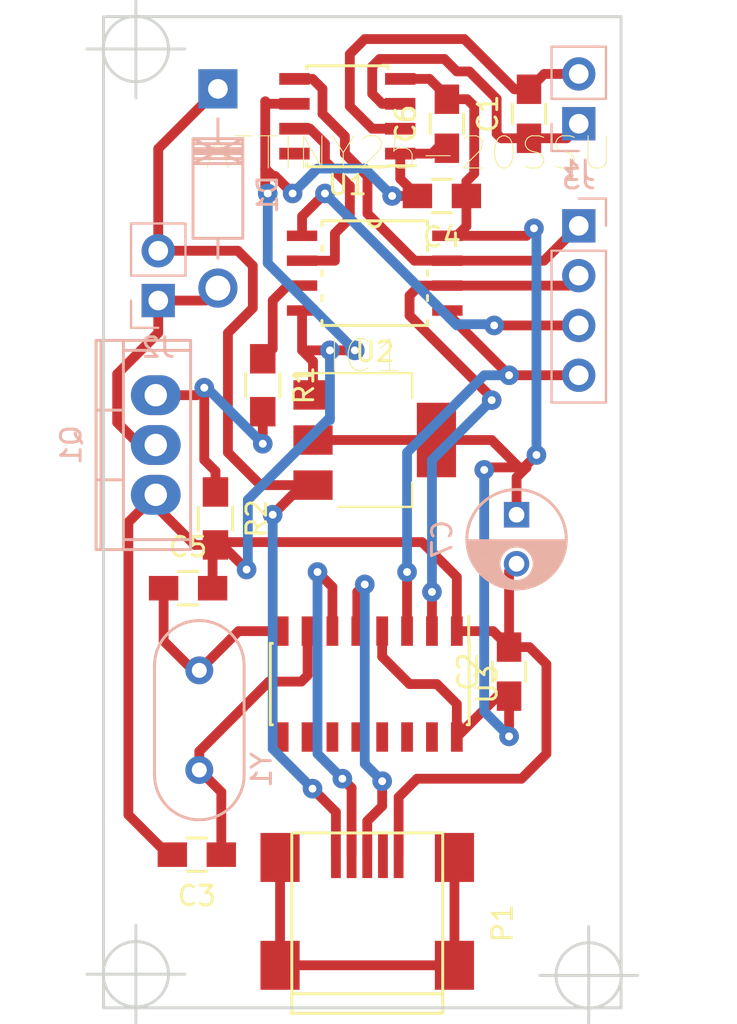
<source format=kicad_pcb>
(kicad_pcb (version 20160815) (host pcbnew "(2016-12-18 revision 3ffa37c)-master")

  (general
    (links 51)
    (no_connects 0)
    (area 133.177619 79.034 171.495381 131.386001)
    (thickness 1.6)
    (drawings 7)
    (tracks 253)
    (zones 0)
    (modules 20)
    (nets 27)
  )

  (page USLetter)
  (layers
    (0 F.Cu signal)
    (31 B.Cu signal)
    (32 B.Adhes user)
    (33 F.Adhes user)
    (34 B.Paste user)
    (35 F.Paste user)
    (36 B.SilkS user)
    (37 F.SilkS user)
    (38 B.Mask user)
    (39 F.Mask user)
    (40 Dwgs.User user)
    (41 Cmts.User user)
    (42 Eco1.User user)
    (43 Eco2.User user)
    (44 Edge.Cuts user)
    (45 Margin user)
    (46 B.CrtYd user)
    (47 F.CrtYd user)
    (48 B.Fab user)
    (49 F.Fab user)
  )

  (setup
    (last_trace_width 0.5)
    (user_trace_width 0.35)
    (trace_clearance 0.4)
    (zone_clearance 0.508)
    (zone_45_only no)
    (trace_min 0.2)
    (segment_width 0.2)
    (edge_width 0.15)
    (via_size 1)
    (via_drill 0.4)
    (via_min_size 0.4)
    (via_min_drill 0.3)
    (uvia_size 0.3)
    (uvia_drill 0.1)
    (uvias_allowed no)
    (uvia_min_size 0.2)
    (uvia_min_drill 0.1)
    (pcb_text_width 0.3)
    (pcb_text_size 1.5 1.5)
    (mod_edge_width 0.15)
    (mod_text_size 1 1)
    (mod_text_width 0.15)
    (pad_size 1.524 1.524)
    (pad_drill 0.762)
    (pad_to_mask_clearance 0.2)
    (aux_axis_origin 0 0)
    (visible_elements FFFFFFFF)
    (pcbplotparams
      (layerselection 0x00040_fffffffe)
      (usegerberextensions false)
      (excludeedgelayer false)
      (linewidth 0.100000)
      (plotframeref false)
      (viasonmask true)
      (mode 1)
      (useauxorigin false)
      (hpglpennumber 1)
      (hpglpenspeed 20)
      (hpglpendiameter 15)
      (psnegative false)
      (psa4output false)
      (plotreference true)
      (plotvalue true)
      (plotinvisibletext false)
      (padsonsilk false)
      (subtractmaskfromsilk false)
      (outputformat 4)
      (mirror false)
      (drillshape 0)
      (scaleselection 1)
      (outputdirectory ""))
  )

  (net 0 "")
  (net 1 GND)
  (net 2 +5V)
  (net 3 "Net-(Q1-Pad1)")
  (net 4 "Net-(IC1-Pad3)")
  (net 5 "Net-(IC1-Pad2)")
  (net 6 "Net-(IC1-Pad7)")
  (net 7 "Net-(IC1-Pad1)")
  (net 8 "Net-(IC1-Pad5)")
  (net 9 "Net-(IC1-Pad6)")
  (net 10 +3V3)
  (net 11 "Net-(C1-Pad2)")
  (net 12 "Net-(C1-Pad1)")
  (net 13 "Net-(U3-Pad15)")
  (net 14 "Net-(U3-Pad14)")
  (net 15 "Net-(U3-Pad13)")
  (net 16 "Net-(U3-Pad12)")
  (net 17 "Net-(U3-Pad11)")
  (net 18 "Net-(U3-Pad10)")
  (net 19 "Net-(U3-Pad9)")
  (net 20 "Net-(C5-Pad1)")
  (net 21 "Net-(C3-Pad1)")
  (net 22 "Net-(P1-Pad2)")
  (net 23 "Net-(P1-Pad3)")
  (net 24 "Net-(P1-Pad6)")
  (net 25 "Net-(P1-Pad4)")
  (net 26 /to_relay)

  (net_class Default "This is the default net class."
    (clearance 0.4)
    (trace_width 0.5)
    (via_dia 1)
    (via_drill 0.4)
    (uvia_dia 0.3)
    (uvia_drill 0.1)
    (diff_pair_gap 0.25)
    (diff_pair_width 0.2)
    (add_net +3V3)
    (add_net +5V)
    (add_net /to_relay)
    (add_net GND)
    (add_net "Net-(C1-Pad1)")
    (add_net "Net-(C1-Pad2)")
    (add_net "Net-(C3-Pad1)")
    (add_net "Net-(C5-Pad1)")
    (add_net "Net-(IC1-Pad1)")
    (add_net "Net-(IC1-Pad2)")
    (add_net "Net-(IC1-Pad3)")
    (add_net "Net-(IC1-Pad5)")
    (add_net "Net-(IC1-Pad6)")
    (add_net "Net-(IC1-Pad7)")
    (add_net "Net-(P1-Pad2)")
    (add_net "Net-(P1-Pad3)")
    (add_net "Net-(P1-Pad4)")
    (add_net "Net-(P1-Pad6)")
    (add_net "Net-(Q1-Pad1)")
    (add_net "Net-(U3-Pad10)")
    (add_net "Net-(U3-Pad11)")
    (add_net "Net-(U3-Pad12)")
    (add_net "Net-(U3-Pad13)")
    (add_net "Net-(U3-Pad14)")
    (add_net "Net-(U3-Pad15)")
    (add_net "Net-(U3-Pad9)")
  )

  (module Resistors_SMD:R_0805_HandSoldering (layer F.Cu) (tedit 58307B90) (tstamp 586CA1FB)
    (at 144.526 105.4735 270)
    (descr "Resistor SMD 0805, hand soldering")
    (tags "resistor 0805")
    (path /586CA5FE)
    (attr smd)
    (fp_text reference R2 (at 0 -2.1 270) (layer F.SilkS)
      (effects (font (size 1 1) (thickness 0.15)))
    )
    (fp_text value 10k (at 0 2.1 270) (layer F.Fab)
      (effects (font (size 1 1) (thickness 0.15)))
    )
    (fp_line (start -0.6 -0.875) (end 0.6 -0.875) (layer F.SilkS) (width 0.15))
    (fp_line (start 0.6 0.875) (end -0.6 0.875) (layer F.SilkS) (width 0.15))
    (fp_line (start 2.4 -1) (end 2.4 1) (layer F.CrtYd) (width 0.05))
    (fp_line (start -2.4 -1) (end -2.4 1) (layer F.CrtYd) (width 0.05))
    (fp_line (start -2.4 1) (end 2.4 1) (layer F.CrtYd) (width 0.05))
    (fp_line (start -2.4 -1) (end 2.4 -1) (layer F.CrtYd) (width 0.05))
    (fp_line (start -1 -0.625) (end 1 -0.625) (layer F.Fab) (width 0.1))
    (fp_line (start 1 -0.625) (end 1 0.625) (layer F.Fab) (width 0.1))
    (fp_line (start 1 0.625) (end -1 0.625) (layer F.Fab) (width 0.1))
    (fp_line (start -1 0.625) (end -1 -0.625) (layer F.Fab) (width 0.1))
    (pad 2 smd rect (at 1.35 0 270) (size 1.5 1.3) (layers F.Cu F.Paste F.Mask)
      (net 1 GND))
    (pad 1 smd rect (at -1.35 0 270) (size 1.5 1.3) (layers F.Cu F.Paste F.Mask)
      (net 3 "Net-(Q1-Pad1)"))
    (model Resistors_SMD.3dshapes/R_0805_HandSoldering.wrl
      (at (xyz 0 0 0))
      (scale (xyz 1 1 1))
      (rotate (xyz 0 0 0))
    )
  )

  (module TO_SOT_Packages_SMD:SOT-223 (layer F.Cu) (tedit 583F3B4E) (tstamp 586B2157)
    (at 152.654 101.473)
    (descr "module CMS SOT223 4 pins")
    (tags "CMS SOT")
    (path /5866AA3E)
    (attr smd)
    (fp_text reference U2 (at 0 -4.5) (layer F.SilkS)
      (effects (font (size 1 1) (thickness 0.15)))
    )
    (fp_text value AP1117 (at 0 4.5) (layer F.Fab)
      (effects (font (size 1 1) (thickness 0.15)))
    )
    (fp_line (start 1.85 -3.35) (end 1.85 3.35) (layer F.Fab) (width 0.15))
    (fp_line (start -1.85 3.35) (end 1.85 3.35) (layer F.Fab) (width 0.15))
    (fp_line (start -4.1 -3.41) (end 1.91 -3.41) (layer F.SilkS) (width 0.12))
    (fp_line (start -1.85 -3.35) (end 1.85 -3.35) (layer F.Fab) (width 0.15))
    (fp_line (start -1.85 3.41) (end 1.91 3.41) (layer F.SilkS) (width 0.12))
    (fp_line (start -1.85 -3.35) (end -1.85 3.35) (layer F.Fab) (width 0.15))
    (fp_line (start -4.4 -3.6) (end -4.4 3.6) (layer F.CrtYd) (width 0.05))
    (fp_line (start -4.4 3.6) (end 4.4 3.6) (layer F.CrtYd) (width 0.05))
    (fp_line (start 4.4 3.6) (end 4.4 -3.6) (layer F.CrtYd) (width 0.05))
    (fp_line (start 4.4 -3.6) (end -4.4 -3.6) (layer F.CrtYd) (width 0.05))
    (fp_line (start 1.91 -3.41) (end 1.91 -2.15) (layer F.SilkS) (width 0.12))
    (fp_line (start 1.91 3.41) (end 1.91 2.15) (layer F.SilkS) (width 0.12))
    (pad 1 smd rect (at -3.15 -2.3) (size 2 1.5) (layers F.Cu F.Paste F.Mask)
      (net 1 GND))
    (pad 3 smd rect (at -3.15 2.3) (size 2 1.5) (layers F.Cu F.Paste F.Mask)
      (net 2 +5V))
    (pad 2 smd rect (at -3.15 0) (size 2 1.5) (layers F.Cu F.Paste F.Mask)
      (net 10 +3V3))
    (pad 4 smd rect (at 3.15 0) (size 2 3.8) (layers F.Cu F.Paste F.Mask)
      (net 10 +3V3))
    (model TO_SOT_Packages_SMD.3dshapes/SOT-223.wrl
      (at (xyz 0 0 0))
      (scale (xyz 0.4 0.4 0.4))
      (rotate (xyz 0 0 90))
    )
  )

  (module Diodes_THT:Diode_DO-41_SOD81_Horizontal_RM10 (layer B.Cu) (tedit 552FFCCE) (tstamp 586BD438)
    (at 144.653 83.566 270)
    (descr "Diode, DO-41, SOD81, Horizontal, RM 10mm,")
    (tags "Diode, DO-41, SOD81, Horizontal, RM 10mm, 1N4007, SB140,")
    (path /586BD5C8)
    (fp_text reference D1 (at 5.38734 -2.53746 270) (layer B.SilkS)
      (effects (font (size 1 1) (thickness 0.15)) (justify mirror))
    )
    (fp_text value D (at 4.37134 3.55854 270) (layer B.Fab)
      (effects (font (size 1 1) (thickness 0.15)) (justify mirror))
    )
    (fp_line (start 7.62 -1.26746) (end 2.54 -1.26746) (layer B.SilkS) (width 0.15))
    (fp_line (start 7.62 1.27254) (end 7.62 -1.26746) (layer B.SilkS) (width 0.15))
    (fp_line (start 2.54 1.27254) (end 7.62 1.27254) (layer B.SilkS) (width 0.15))
    (fp_line (start 2.54 -1.26746) (end 2.54 1.27254) (layer B.SilkS) (width 0.15))
    (fp_line (start 3.175 1.27254) (end 3.175 -1.26746) (layer B.SilkS) (width 0.15))
    (fp_line (start 3.81 1.27254) (end 3.81 -1.26746) (layer B.SilkS) (width 0.15))
    (fp_line (start 2.54 1.27254) (end 3.81 -1.26746) (layer B.SilkS) (width 0.15))
    (fp_line (start 3.81 1.27254) (end 2.54 -1.26746) (layer B.SilkS) (width 0.15))
    (fp_line (start 2.794 1.27254) (end 2.794 -1.26746) (layer B.SilkS) (width 0.15))
    (fp_line (start 3.556 1.27254) (end 3.556 -1.26746) (layer B.SilkS) (width 0.15))
    (fp_line (start 3.302 1.27254) (end 3.302 -1.26746) (layer B.SilkS) (width 0.15))
    (fp_line (start 3.048 1.27254) (end 3.048 -1.26746) (layer B.SilkS) (width 0.15))
    (fp_line (start 2.794 0.00254) (end 1.524 0.00254) (layer B.SilkS) (width 0.15))
    (fp_line (start 7.62 0.00254) (end 8.636 0.00254) (layer B.SilkS) (width 0.15))
    (pad 1 thru_hole rect (at 0 0.00254 90) (size 1.99898 1.99898) (drill 1.00076) (layers *.Cu *.Mask)
      (net 2 +5V))
    (pad 2 thru_hole circle (at 10.16 0.00254 90) (size 1.99898 1.99898) (drill 1.27) (layers *.Cu *.Mask)
      (net 26 /to_relay))
  )

  (module Capacitors_SMD:C_0805_HandSoldering (layer F.Cu) (tedit 541A9B8D) (tstamp 586B35E2)
    (at 156.337 85.344 90)
    (descr "Capacitor SMD 0805, hand soldering")
    (tags "capacitor 0805")
    (path /586B504A)
    (attr smd)
    (fp_text reference C6 (at 0 -2.1 90) (layer F.SilkS)
      (effects (font (size 1 1) (thickness 0.15)))
    )
    (fp_text value 0.1u (at 0 2.1 90) (layer F.Fab)
      (effects (font (size 1 1) (thickness 0.15)))
    )
    (fp_line (start -1 0.625) (end -1 -0.625) (layer F.Fab) (width 0.15))
    (fp_line (start 1 0.625) (end -1 0.625) (layer F.Fab) (width 0.15))
    (fp_line (start 1 -0.625) (end 1 0.625) (layer F.Fab) (width 0.15))
    (fp_line (start -1 -0.625) (end 1 -0.625) (layer F.Fab) (width 0.15))
    (fp_line (start -2.3 -1) (end 2.3 -1) (layer F.CrtYd) (width 0.05))
    (fp_line (start -2.3 1) (end 2.3 1) (layer F.CrtYd) (width 0.05))
    (fp_line (start -2.3 -1) (end -2.3 1) (layer F.CrtYd) (width 0.05))
    (fp_line (start 2.3 -1) (end 2.3 1) (layer F.CrtYd) (width 0.05))
    (fp_line (start 0.5 -0.85) (end -0.5 -0.85) (layer F.SilkS) (width 0.15))
    (fp_line (start -0.5 0.85) (end 0.5 0.85) (layer F.SilkS) (width 0.15))
    (pad 1 smd rect (at -1.25 0 90) (size 1.5 1.25) (layers F.Cu F.Paste F.Mask)
      (net 1 GND))
    (pad 2 smd rect (at 1.25 0 90) (size 1.5 1.25) (layers F.Cu F.Paste F.Mask)
      (net 10 +3V3))
    (model Capacitors_SMD.3dshapes/C_0805_HandSoldering.wrl
      (at (xyz 0 0 0))
      (scale (xyz 1 1 1))
      (rotate (xyz 0 0 0))
    )
  )

  (module Capacitors_SMD:C_0805_HandSoldering (layer F.Cu) (tedit 541A9B8D) (tstamp 586B35D2)
    (at 143.129 109.0295)
    (descr "Capacitor SMD 0805, hand soldering")
    (tags "capacitor 0805")
    (path /586B3640)
    (attr smd)
    (fp_text reference C5 (at 0 -2.1) (layer F.SilkS)
      (effects (font (size 1 1) (thickness 0.15)))
    )
    (fp_text value 22p (at 0 2.1) (layer F.Fab)
      (effects (font (size 1 1) (thickness 0.15)))
    )
    (fp_line (start -0.5 0.85) (end 0.5 0.85) (layer F.SilkS) (width 0.15))
    (fp_line (start 0.5 -0.85) (end -0.5 -0.85) (layer F.SilkS) (width 0.15))
    (fp_line (start 2.3 -1) (end 2.3 1) (layer F.CrtYd) (width 0.05))
    (fp_line (start -2.3 -1) (end -2.3 1) (layer F.CrtYd) (width 0.05))
    (fp_line (start -2.3 1) (end 2.3 1) (layer F.CrtYd) (width 0.05))
    (fp_line (start -2.3 -1) (end 2.3 -1) (layer F.CrtYd) (width 0.05))
    (fp_line (start -1 -0.625) (end 1 -0.625) (layer F.Fab) (width 0.15))
    (fp_line (start 1 -0.625) (end 1 0.625) (layer F.Fab) (width 0.15))
    (fp_line (start 1 0.625) (end -1 0.625) (layer F.Fab) (width 0.15))
    (fp_line (start -1 0.625) (end -1 -0.625) (layer F.Fab) (width 0.15))
    (pad 2 smd rect (at 1.25 0) (size 1.5 1.25) (layers F.Cu F.Paste F.Mask)
      (net 1 GND))
    (pad 1 smd rect (at -1.25 0) (size 1.5 1.25) (layers F.Cu F.Paste F.Mask)
      (net 20 "Net-(C5-Pad1)"))
    (model Capacitors_SMD.3dshapes/C_0805_HandSoldering.wrl
      (at (xyz 0 0 0))
      (scale (xyz 1 1 1))
      (rotate (xyz 0 0 0))
    )
  )

  (module Capacitors_SMD:C_0805_HandSoldering (layer F.Cu) (tedit 541A9B8D) (tstamp 586B35C2)
    (at 156.083 89.027 180)
    (descr "Capacitor SMD 0805, hand soldering")
    (tags "capacitor 0805")
    (path /586B4418)
    (attr smd)
    (fp_text reference C4 (at 0 -2.1 180) (layer F.SilkS)
      (effects (font (size 1 1) (thickness 0.15)))
    )
    (fp_text value 0.1u (at 0 2.1 180) (layer F.Fab)
      (effects (font (size 1 1) (thickness 0.15)))
    )
    (fp_line (start -1 0.625) (end -1 -0.625) (layer F.Fab) (width 0.15))
    (fp_line (start 1 0.625) (end -1 0.625) (layer F.Fab) (width 0.15))
    (fp_line (start 1 -0.625) (end 1 0.625) (layer F.Fab) (width 0.15))
    (fp_line (start -1 -0.625) (end 1 -0.625) (layer F.Fab) (width 0.15))
    (fp_line (start -2.3 -1) (end 2.3 -1) (layer F.CrtYd) (width 0.05))
    (fp_line (start -2.3 1) (end 2.3 1) (layer F.CrtYd) (width 0.05))
    (fp_line (start -2.3 -1) (end -2.3 1) (layer F.CrtYd) (width 0.05))
    (fp_line (start 2.3 -1) (end 2.3 1) (layer F.CrtYd) (width 0.05))
    (fp_line (start 0.5 -0.85) (end -0.5 -0.85) (layer F.SilkS) (width 0.15))
    (fp_line (start -0.5 0.85) (end 0.5 0.85) (layer F.SilkS) (width 0.15))
    (pad 1 smd rect (at -1.25 0 180) (size 1.5 1.25) (layers F.Cu F.Paste F.Mask)
      (net 10 +3V3))
    (pad 2 smd rect (at 1.25 0 180) (size 1.5 1.25) (layers F.Cu F.Paste F.Mask)
      (net 1 GND))
    (model Capacitors_SMD.3dshapes/C_0805_HandSoldering.wrl
      (at (xyz 0 0 0))
      (scale (xyz 1 1 1))
      (rotate (xyz 0 0 0))
    )
  )

  (module Capacitors_SMD:C_0805_HandSoldering (layer F.Cu) (tedit 541A9B8D) (tstamp 586B35B2)
    (at 143.5735 122.6185 180)
    (descr "Capacitor SMD 0805, hand soldering")
    (tags "capacitor 0805")
    (path /586B35EE)
    (attr smd)
    (fp_text reference C3 (at 0 -2.1 180) (layer F.SilkS)
      (effects (font (size 1 1) (thickness 0.15)))
    )
    (fp_text value 22p (at 0 2.1 180) (layer F.Fab)
      (effects (font (size 1 1) (thickness 0.15)))
    )
    (fp_line (start -0.5 0.85) (end 0.5 0.85) (layer F.SilkS) (width 0.15))
    (fp_line (start 0.5 -0.85) (end -0.5 -0.85) (layer F.SilkS) (width 0.15))
    (fp_line (start 2.3 -1) (end 2.3 1) (layer F.CrtYd) (width 0.05))
    (fp_line (start -2.3 -1) (end -2.3 1) (layer F.CrtYd) (width 0.05))
    (fp_line (start -2.3 1) (end 2.3 1) (layer F.CrtYd) (width 0.05))
    (fp_line (start -2.3 -1) (end 2.3 -1) (layer F.CrtYd) (width 0.05))
    (fp_line (start -1 -0.625) (end 1 -0.625) (layer F.Fab) (width 0.15))
    (fp_line (start 1 -0.625) (end 1 0.625) (layer F.Fab) (width 0.15))
    (fp_line (start 1 0.625) (end -1 0.625) (layer F.Fab) (width 0.15))
    (fp_line (start -1 0.625) (end -1 -0.625) (layer F.Fab) (width 0.15))
    (pad 2 smd rect (at 1.25 0 180) (size 1.5 1.25) (layers F.Cu F.Paste F.Mask)
      (net 1 GND))
    (pad 1 smd rect (at -1.25 0 180) (size 1.5 1.25) (layers F.Cu F.Paste F.Mask)
      (net 21 "Net-(C3-Pad1)"))
    (model Capacitors_SMD.3dshapes/C_0805_HandSoldering.wrl
      (at (xyz 0 0 0))
      (scale (xyz 1 1 1))
      (rotate (xyz 0 0 0))
    )
  )

  (module Capacitors_SMD:C_0805_HandSoldering (layer F.Cu) (tedit 541A9B8D) (tstamp 586B35A2)
    (at 159.512 113.284 90)
    (descr "Capacitor SMD 0805, hand soldering")
    (tags "capacitor 0805")
    (path /586B5575)
    (attr smd)
    (fp_text reference C2 (at 0 -2.1 90) (layer F.SilkS)
      (effects (font (size 1 1) (thickness 0.15)))
    )
    (fp_text value 0.1u (at 0 2.1 90) (layer F.Fab)
      (effects (font (size 1 1) (thickness 0.15)))
    )
    (fp_line (start -1 0.625) (end -1 -0.625) (layer F.Fab) (width 0.15))
    (fp_line (start 1 0.625) (end -1 0.625) (layer F.Fab) (width 0.15))
    (fp_line (start 1 -0.625) (end 1 0.625) (layer F.Fab) (width 0.15))
    (fp_line (start -1 -0.625) (end 1 -0.625) (layer F.Fab) (width 0.15))
    (fp_line (start -2.3 -1) (end 2.3 -1) (layer F.CrtYd) (width 0.05))
    (fp_line (start -2.3 1) (end 2.3 1) (layer F.CrtYd) (width 0.05))
    (fp_line (start -2.3 -1) (end -2.3 1) (layer F.CrtYd) (width 0.05))
    (fp_line (start 2.3 -1) (end 2.3 1) (layer F.CrtYd) (width 0.05))
    (fp_line (start 0.5 -0.85) (end -0.5 -0.85) (layer F.SilkS) (width 0.15))
    (fp_line (start -0.5 0.85) (end 0.5 0.85) (layer F.SilkS) (width 0.15))
    (pad 1 smd rect (at -1.25 0 90) (size 1.5 1.25) (layers F.Cu F.Paste F.Mask)
      (net 10 +3V3))
    (pad 2 smd rect (at 1.25 0 90) (size 1.5 1.25) (layers F.Cu F.Paste F.Mask)
      (net 1 GND))
    (model Capacitors_SMD.3dshapes/C_0805_HandSoldering.wrl
      (at (xyz 0 0 0))
      (scale (xyz 1 1 1))
      (rotate (xyz 0 0 0))
    )
  )

  (module Capacitors_SMD:C_0805_HandSoldering (layer F.Cu) (tedit 541A9B8D) (tstamp 586B3592)
    (at 160.528 84.836 90)
    (descr "Capacitor SMD 0805, hand soldering")
    (tags "capacitor 0805")
    (path /586B5746)
    (attr smd)
    (fp_text reference C1 (at 0 -2.1 90) (layer F.SilkS)
      (effects (font (size 1 1) (thickness 0.15)))
    )
    (fp_text value 0.1u (at 0 2.1 90) (layer F.Fab)
      (effects (font (size 1 1) (thickness 0.15)))
    )
    (fp_line (start -0.5 0.85) (end 0.5 0.85) (layer F.SilkS) (width 0.15))
    (fp_line (start 0.5 -0.85) (end -0.5 -0.85) (layer F.SilkS) (width 0.15))
    (fp_line (start 2.3 -1) (end 2.3 1) (layer F.CrtYd) (width 0.05))
    (fp_line (start -2.3 -1) (end -2.3 1) (layer F.CrtYd) (width 0.05))
    (fp_line (start -2.3 1) (end 2.3 1) (layer F.CrtYd) (width 0.05))
    (fp_line (start -2.3 -1) (end 2.3 -1) (layer F.CrtYd) (width 0.05))
    (fp_line (start -1 -0.625) (end 1 -0.625) (layer F.Fab) (width 0.15))
    (fp_line (start 1 -0.625) (end 1 0.625) (layer F.Fab) (width 0.15))
    (fp_line (start 1 0.625) (end -1 0.625) (layer F.Fab) (width 0.15))
    (fp_line (start -1 0.625) (end -1 -0.625) (layer F.Fab) (width 0.15))
    (pad 2 smd rect (at 1.25 0 90) (size 1.5 1.25) (layers F.Cu F.Paste F.Mask)
      (net 11 "Net-(C1-Pad2)"))
    (pad 1 smd rect (at -1.25 0 90) (size 1.5 1.25) (layers F.Cu F.Paste F.Mask)
      (net 12 "Net-(C1-Pad1)"))
    (model Capacitors_SMD.3dshapes/C_0805_HandSoldering.wrl
      (at (xyz 0 0 0))
      (scale (xyz 1 1 1))
      (rotate (xyz 0 0 0))
    )
  )

  (module Capacitors_THT:C_Radial_D5_L6_P2.5 (layer B.Cu) (tedit 0) (tstamp 586B3582)
    (at 159.893 105.283 270)
    (descr "Radial Electrolytic Capacitor Diameter 5mm x Length 6mm, Pitch 2.5mm")
    (tags "Electrolytic Capacitor")
    (path /586B5E65)
    (fp_text reference C7 (at 1.25 3.8 270) (layer B.SilkS)
      (effects (font (size 1 1) (thickness 0.15)) (justify mirror))
    )
    (fp_text value 22m (at 1.25 -3.8 270) (layer B.Fab)
      (effects (font (size 1 1) (thickness 0.15)) (justify mirror))
    )
    (fp_circle (center 1.25 0) (end 1.25 2.8) (layer B.CrtYd) (width 0.05))
    (fp_circle (center 1.25 0) (end 1.25 2.5375) (layer B.SilkS) (width 0.15))
    (fp_circle (center 2.5 0) (end 2.5 0.9) (layer B.SilkS) (width 0.15))
    (fp_line (start 3.705 0.472) (end 3.705 -0.472) (layer B.SilkS) (width 0.15))
    (fp_line (start 3.565 0.944) (end 3.565 -0.944) (layer B.SilkS) (width 0.15))
    (fp_line (start 3.425 1.233) (end 3.425 -1.233) (layer B.SilkS) (width 0.15))
    (fp_line (start 3.285 -0.44) (end 3.285 -1.452) (layer B.SilkS) (width 0.15))
    (fp_line (start 3.285 1.452) (end 3.285 0.44) (layer B.SilkS) (width 0.15))
    (fp_line (start 3.145 -0.628) (end 3.145 -1.631) (layer B.SilkS) (width 0.15))
    (fp_line (start 3.145 1.631) (end 3.145 0.628) (layer B.SilkS) (width 0.15))
    (fp_line (start 3.005 -0.745) (end 3.005 -1.78) (layer B.SilkS) (width 0.15))
    (fp_line (start 3.005 1.78) (end 3.005 0.745) (layer B.SilkS) (width 0.15))
    (fp_line (start 2.865 -0.823) (end 2.865 -1.908) (layer B.SilkS) (width 0.15))
    (fp_line (start 2.865 1.908) (end 2.865 0.823) (layer B.SilkS) (width 0.15))
    (fp_line (start 2.725 -0.871) (end 2.725 -2.019) (layer B.SilkS) (width 0.15))
    (fp_line (start 2.725 2.019) (end 2.725 0.871) (layer B.SilkS) (width 0.15))
    (fp_line (start 2.585 -0.896) (end 2.585 -2.114) (layer B.SilkS) (width 0.15))
    (fp_line (start 2.585 2.114) (end 2.585 0.896) (layer B.SilkS) (width 0.15))
    (fp_line (start 2.445 -0.898) (end 2.445 -2.196) (layer B.SilkS) (width 0.15))
    (fp_line (start 2.445 2.196) (end 2.445 0.898) (layer B.SilkS) (width 0.15))
    (fp_line (start 2.305 -0.879) (end 2.305 -2.266) (layer B.SilkS) (width 0.15))
    (fp_line (start 2.305 2.266) (end 2.305 0.879) (layer B.SilkS) (width 0.15))
    (fp_line (start 2.165 -0.835) (end 2.165 -2.327) (layer B.SilkS) (width 0.15))
    (fp_line (start 2.165 2.327) (end 2.165 0.835) (layer B.SilkS) (width 0.15))
    (fp_line (start 2.025 -0.764) (end 2.025 -2.377) (layer B.SilkS) (width 0.15))
    (fp_line (start 2.025 2.377) (end 2.025 0.764) (layer B.SilkS) (width 0.15))
    (fp_line (start 1.885 -0.657) (end 1.885 -2.418) (layer B.SilkS) (width 0.15))
    (fp_line (start 1.885 2.418) (end 1.885 0.657) (layer B.SilkS) (width 0.15))
    (fp_line (start 1.745 -0.49) (end 1.745 -2.451) (layer B.SilkS) (width 0.15))
    (fp_line (start 1.745 2.451) (end 1.745 0.49) (layer B.SilkS) (width 0.15))
    (fp_line (start 1.605 -0.095) (end 1.605 -2.475) (layer B.SilkS) (width 0.15))
    (fp_line (start 1.605 2.475) (end 1.605 0.095) (layer B.SilkS) (width 0.15))
    (fp_line (start 1.465 2.491) (end 1.465 -2.491) (layer B.SilkS) (width 0.15))
    (fp_line (start 1.325 2.499) (end 1.325 -2.499) (layer B.SilkS) (width 0.15))
    (pad 2 thru_hole circle (at 2.5 0 270) (size 1.3 1.3) (drill 0.8) (layers *.Cu *.Mask)
      (net 1 GND))
    (pad 1 thru_hole rect (at 0 0 270) (size 1.3 1.3) (drill 0.8) (layers *.Cu *.Mask)
      (net 10 +3V3))
    (model Capacitors_ThroughHole.3dshapes/C_Radial_D5_L6_P2.5.wrl
      (at (xyz 0.0492126 0 0))
      (scale (xyz 1 1 1))
      (rotate (xyz 0 0 90))
    )
  )

  (module Connectors:USB_Mini-B (layer F.Cu) (tedit 5543E571) (tstamp 586B3560)
    (at 152.273 126.111 90)
    (descr "USB Mini-B 5-pin SMD connector")
    (tags "USB USB_B USB_Mini connector")
    (path /586B3A1B)
    (attr smd)
    (fp_text reference P1 (at 0 6.90118 90) (layer F.SilkS)
      (effects (font (size 1 1) (thickness 0.15)))
    )
    (fp_text value USB_OTG (at 0 -7.0993 90) (layer F.Fab)
      (effects (font (size 1 1) (thickness 0.15)))
    )
    (fp_line (start 4.59994 -3.85064) (end -4.59994 -3.85064) (layer F.SilkS) (width 0.15))
    (fp_line (start 4.59994 3.85064) (end 4.59994 -3.85064) (layer F.SilkS) (width 0.15))
    (fp_line (start -4.59994 3.85064) (end 4.59994 3.85064) (layer F.SilkS) (width 0.15))
    (fp_line (start -4.59994 -3.85064) (end -4.59994 3.85064) (layer F.SilkS) (width 0.15))
    (fp_line (start -3.59918 -3.85064) (end -3.59918 3.85064) (layer F.SilkS) (width 0.15))
    (fp_line (start -4.85 5.7) (end -4.85 -5.7) (layer F.CrtYd) (width 0.05))
    (fp_line (start 4.85 5.7) (end -4.85 5.7) (layer F.CrtYd) (width 0.05))
    (fp_line (start 4.85 -5.7) (end 4.85 5.7) (layer F.CrtYd) (width 0.05))
    (fp_line (start -4.85 -5.7) (end 4.85 -5.7) (layer F.CrtYd) (width 0.05))
    (pad "" np_thru_hole circle (at 0.8509 2.19964 90) (size 0.89916 0.89916) (drill 0.89916) (layers *.Cu *.Mask))
    (pad "" np_thru_hole circle (at 0.8509 -2.19964 90) (size 0.89916 0.89916) (drill 0.89916) (layers *.Cu *.Mask))
    (pad 6 smd rect (at -2.14884 4.45008 90) (size 2.49936 1.99898) (layers F.Cu F.Paste F.Mask)
      (net 24 "Net-(P1-Pad6)"))
    (pad 6 smd rect (at 3.35026 4.45008 90) (size 2.49936 1.99898) (layers F.Cu F.Paste F.Mask)
      (net 24 "Net-(P1-Pad6)"))
    (pad 6 smd rect (at -2.14884 -4.45008 90) (size 2.49936 1.99898) (layers F.Cu F.Paste F.Mask)
      (net 24 "Net-(P1-Pad6)"))
    (pad 6 smd rect (at 3.35026 -4.45008 90) (size 2.49936 1.99898) (layers F.Cu F.Paste F.Mask)
      (net 24 "Net-(P1-Pad6)"))
    (pad 5 smd rect (at 3.44932 1.6002 90) (size 2.30124 0.50038) (layers F.Cu F.Paste F.Mask)
      (net 1 GND))
    (pad 4 smd rect (at 3.44932 0.8001 90) (size 2.30124 0.50038) (layers F.Cu F.Paste F.Mask)
      (net 25 "Net-(P1-Pad4)"))
    (pad 3 smd rect (at 3.44932 0 90) (size 2.30124 0.50038) (layers F.Cu F.Paste F.Mask)
      (net 23 "Net-(P1-Pad3)"))
    (pad 2 smd rect (at 3.44932 -0.8001 90) (size 2.30124 0.50038) (layers F.Cu F.Paste F.Mask)
      (net 22 "Net-(P1-Pad2)"))
    (pad 1 smd rect (at 3.44932 -1.6002 90) (size 2.30124 0.50038) (layers F.Cu F.Paste F.Mask)
      (net 2 +5V))
  )

  (module Crystals:HC-49V (layer B.Cu) (tedit 56D4D4E4) (tstamp 586B3547)
    (at 143.7005 118.3005 90)
    (descr "Quartz boitier HC-49 Vertical")
    (tags "QUARTZ DEV")
    (path /586B35AB)
    (fp_text reference Y1 (at 0 3.175 90) (layer B.SilkS)
      (effects (font (size 1 1) (thickness 0.15)) (justify mirror))
    )
    (fp_text value 12M (at 0 -3.175 90) (layer B.Fab)
      (effects (font (size 1 1) (thickness 0.15)) (justify mirror))
    )
    (fp_line (start -0.254 2.286) (end 5.334 2.286) (layer B.SilkS) (width 0.15))
    (fp_line (start -0.254 -2.286) (end 5.334 -2.286) (layer B.SilkS) (width 0.15))
    (fp_arc (start -0.254 0) (end -0.254 -2.286) (angle -180) (layer B.SilkS) (width 0.15))
    (fp_arc (start 5.334 0) (end 5.334 2.286) (angle -180) (layer B.SilkS) (width 0.15))
    (fp_arc (start 5.35 0) (end 5.35 2.8) (angle -180) (layer B.CrtYd) (width 0.05))
    (fp_arc (start -0.25 0) (end -0.25 -2.8) (angle -180) (layer B.CrtYd) (width 0.05))
    (fp_line (start -0.25 2.8) (end 5.35 2.8) (layer B.CrtYd) (width 0.05))
    (fp_line (start 5.35 -2.8) (end -0.25 -2.8) (layer B.CrtYd) (width 0.05))
    (pad 2 thru_hole circle (at 5.08 0 90) (size 1.4224 1.4224) (drill 0.762) (layers *.Cu *.Mask)
      (net 20 "Net-(C5-Pad1)"))
    (pad 1 thru_hole circle (at 0 0 90) (size 1.4224 1.4224) (drill 0.762) (layers *.Cu *.Mask)
      (net 21 "Net-(C3-Pad1)"))
    (model Crystals.3dshapes/HC-49V.wrl
      (at (xyz 0.1 0 0))
      (scale (xyz 1 1 0.2))
      (rotate (xyz 0 0 0))
    )
  )

  (module Housings_SOIC:SOIC-16_3.9x9.9mm_Pitch1.27mm (layer F.Cu) (tedit 574D979F) (tstamp 586B351B)
    (at 152.4 113.919 270)
    (descr "16-Lead Plastic Small Outline (SL) - Narrow, 3.90 mm Body [SOIC] (see Microchip Packaging Specification 00000049BS.pdf)")
    (tags "SOIC 1.27")
    (path /586B2E85)
    (attr smd)
    (fp_text reference U3 (at 0 -6 270) (layer F.SilkS)
      (effects (font (size 1 1) (thickness 0.15)))
    )
    (fp_text value CH340G (at 0 6 270) (layer F.Fab)
      (effects (font (size 1 1) (thickness 0.15)))
    )
    (fp_line (start -2.075 -5.05) (end -3.45 -5.05) (layer F.SilkS) (width 0.15))
    (fp_line (start -2.075 5.075) (end 2.075 5.075) (layer F.SilkS) (width 0.15))
    (fp_line (start -2.075 -5.075) (end 2.075 -5.075) (layer F.SilkS) (width 0.15))
    (fp_line (start -2.075 5.075) (end -2.075 4.97) (layer F.SilkS) (width 0.15))
    (fp_line (start 2.075 5.075) (end 2.075 4.97) (layer F.SilkS) (width 0.15))
    (fp_line (start 2.075 -5.075) (end 2.075 -4.97) (layer F.SilkS) (width 0.15))
    (fp_line (start -2.075 -5.075) (end -2.075 -5.05) (layer F.SilkS) (width 0.15))
    (fp_line (start -3.7 5.25) (end 3.7 5.25) (layer F.CrtYd) (width 0.05))
    (fp_line (start -3.7 -5.25) (end 3.7 -5.25) (layer F.CrtYd) (width 0.05))
    (fp_line (start 3.7 -5.25) (end 3.7 5.25) (layer F.CrtYd) (width 0.05))
    (fp_line (start -3.7 -5.25) (end -3.7 5.25) (layer F.CrtYd) (width 0.05))
    (fp_line (start -1.95 -3.95) (end -0.95 -4.95) (layer F.Fab) (width 0.15))
    (fp_line (start -1.95 4.95) (end -1.95 -3.95) (layer F.Fab) (width 0.15))
    (fp_line (start 1.95 4.95) (end -1.95 4.95) (layer F.Fab) (width 0.15))
    (fp_line (start 1.95 -4.95) (end 1.95 4.95) (layer F.Fab) (width 0.15))
    (fp_line (start -0.95 -4.95) (end 1.95 -4.95) (layer F.Fab) (width 0.15))
    (pad 16 smd rect (at 2.7 -4.445 270) (size 1.5 0.6) (layers F.Cu F.Paste F.Mask)
      (net 10 +3V3))
    (pad 15 smd rect (at 2.7 -3.175 270) (size 1.5 0.6) (layers F.Cu F.Paste F.Mask)
      (net 13 "Net-(U3-Pad15)"))
    (pad 14 smd rect (at 2.7 -1.905 270) (size 1.5 0.6) (layers F.Cu F.Paste F.Mask)
      (net 14 "Net-(U3-Pad14)"))
    (pad 13 smd rect (at 2.7 -0.635 270) (size 1.5 0.6) (layers F.Cu F.Paste F.Mask)
      (net 15 "Net-(U3-Pad13)"))
    (pad 12 smd rect (at 2.7 0.635 270) (size 1.5 0.6) (layers F.Cu F.Paste F.Mask)
      (net 16 "Net-(U3-Pad12)"))
    (pad 11 smd rect (at 2.7 1.905 270) (size 1.5 0.6) (layers F.Cu F.Paste F.Mask)
      (net 17 "Net-(U3-Pad11)"))
    (pad 10 smd rect (at 2.7 3.175 270) (size 1.5 0.6) (layers F.Cu F.Paste F.Mask)
      (net 18 "Net-(U3-Pad10)"))
    (pad 9 smd rect (at 2.7 4.445 270) (size 1.5 0.6) (layers F.Cu F.Paste F.Mask)
      (net 19 "Net-(U3-Pad9)"))
    (pad 8 smd rect (at -2.7 4.445 270) (size 1.5 0.6) (layers F.Cu F.Paste F.Mask)
      (net 20 "Net-(C5-Pad1)"))
    (pad 7 smd rect (at -2.7 3.175 270) (size 1.5 0.6) (layers F.Cu F.Paste F.Mask)
      (net 21 "Net-(C3-Pad1)"))
    (pad 6 smd rect (at -2.7 1.905 270) (size 1.5 0.6) (layers F.Cu F.Paste F.Mask)
      (net 22 "Net-(P1-Pad2)"))
    (pad 5 smd rect (at -2.7 0.635 270) (size 1.5 0.6) (layers F.Cu F.Paste F.Mask)
      (net 23 "Net-(P1-Pad3)"))
    (pad 4 smd rect (at -2.7 -0.635 270) (size 1.5 0.6) (layers F.Cu F.Paste F.Mask)
      (net 10 +3V3))
    (pad 3 smd rect (at -2.7 -1.905 270) (size 1.5 0.6) (layers F.Cu F.Paste F.Mask)
      (net 8 "Net-(IC1-Pad5)"))
    (pad 2 smd rect (at -2.7 -3.175 270) (size 1.5 0.6) (layers F.Cu F.Paste F.Mask)
      (net 9 "Net-(IC1-Pad6)"))
    (pad 1 smd rect (at -2.7 -4.445 270) (size 1.5 0.6) (layers F.Cu F.Paste F.Mask)
      (net 1 GND))
    (model Housings_SOIC.3dshapes/SOIC-16_3.9x9.9mm_Pitch1.27mm.wrl
      (at (xyz 0 0 0))
      (scale (xyz 1 1 1))
      (rotate (xyz 0 0 0))
    )
  )

  (module Pin_Headers:Pin_Header_Straight_1x04_Pitch2.54mm (layer B.Cu) (tedit 5862ED52) (tstamp 586B34CF)
    (at 163.068 90.551 180)
    (descr "Through hole straight pin header, 1x04, 2.54mm pitch, single row")
    (tags "Through hole pin header THT 1x04 2.54mm single row")
    (path /586B62E4)
    (fp_text reference J3 (at 0 2.39 180) (layer B.SilkS)
      (effects (font (size 1 1) (thickness 0.15)) (justify mirror))
    )
    (fp_text value ICSP (at 0 -10.01 180) (layer B.Fab)
      (effects (font (size 1 1) (thickness 0.15)) (justify mirror))
    )
    (fp_line (start 1.6 1.6) (end -1.6 1.6) (layer B.CrtYd) (width 0.05))
    (fp_line (start 1.6 -9.2) (end 1.6 1.6) (layer B.CrtYd) (width 0.05))
    (fp_line (start -1.6 -9.2) (end 1.6 -9.2) (layer B.CrtYd) (width 0.05))
    (fp_line (start -1.6 1.6) (end -1.6 -9.2) (layer B.CrtYd) (width 0.05))
    (fp_line (start -1.39 1.39) (end 0 1.39) (layer B.SilkS) (width 0.12))
    (fp_line (start -1.39 0) (end -1.39 1.39) (layer B.SilkS) (width 0.12))
    (fp_line (start 1.39 -1.27) (end -1.39 -1.27) (layer B.SilkS) (width 0.12))
    (fp_line (start 1.39 -9.01) (end 1.39 -1.27) (layer B.SilkS) (width 0.12))
    (fp_line (start -1.39 -9.01) (end 1.39 -9.01) (layer B.SilkS) (width 0.12))
    (fp_line (start -1.39 -1.27) (end -1.39 -9.01) (layer B.SilkS) (width 0.12))
    (fp_line (start 1.27 1.27) (end -1.27 1.27) (layer B.Fab) (width 0.1))
    (fp_line (start 1.27 -8.89) (end 1.27 1.27) (layer B.Fab) (width 0.1))
    (fp_line (start -1.27 -8.89) (end 1.27 -8.89) (layer B.Fab) (width 0.1))
    (fp_line (start -1.27 1.27) (end -1.27 -8.89) (layer B.Fab) (width 0.1))
    (pad 4 thru_hole oval (at 0 -7.62 180) (size 1.7 1.7) (drill 1) (layers *.Cu *.Mask)
      (net 8 "Net-(IC1-Pad5)"))
    (pad 3 thru_hole oval (at 0 -5.08 180) (size 1.7 1.7) (drill 1) (layers *.Cu *.Mask)
      (net 7 "Net-(IC1-Pad1)"))
    (pad 2 thru_hole oval (at 0 -2.54 180) (size 1.7 1.7) (drill 1) (layers *.Cu *.Mask)
      (net 9 "Net-(IC1-Pad6)"))
    (pad 1 thru_hole rect (at 0 0 180) (size 1.7 1.7) (drill 1) (layers *.Cu *.Mask)
      (net 6 "Net-(IC1-Pad7)"))
    (model Pin_Headers.3dshapes/Pin_Header_Straight_1x04_Pitch2.54mm.wrl
      (at (xyz 0 -0.15 0))
      (scale (xyz 1 1 1))
      (rotate (xyz 0 0 90))
    )
  )

  (module ATTINY25-20SU:SOIC127P798X216-8N (layer F.Cu) (tedit 0) (tstamp 586B21D6)
    (at 152.654 92.964)
    (path /5866A95A)
    (solder_mask_margin 0.1)
    (attr smd)
    (fp_text reference IC1 (at -0.4572 4.2164) (layer F.SilkS)
      (effects (font (size 1.64 1.64) (thickness 0.05)))
    )
    (fp_text value ATTINY25-20SSU (at 1.7526 -6.1214) (layer F.SilkS)
      (effects (font (size 1.64 1.64) (thickness 0.05)))
    )
    (fp_line (start -2.6924 -1.6764) (end -2.6924 -2.1336) (layer Dwgs.User) (width 0))
    (fp_line (start -2.6924 -2.1336) (end -4.1402 -2.1336) (layer Dwgs.User) (width 0))
    (fp_line (start -4.1402 -2.1336) (end -4.1402 -1.6764) (layer Dwgs.User) (width 0))
    (fp_line (start -4.1402 -1.6764) (end -2.6924 -1.6764) (layer Dwgs.User) (width 0))
    (fp_line (start -2.6924 -0.4064) (end -2.6924 -0.8636) (layer Dwgs.User) (width 0))
    (fp_line (start -2.6924 -0.8636) (end -4.1402 -0.8636) (layer Dwgs.User) (width 0))
    (fp_line (start -4.1402 -0.8636) (end -4.1402 -0.4064) (layer Dwgs.User) (width 0))
    (fp_line (start -4.1402 -0.4064) (end -2.6924 -0.4064) (layer Dwgs.User) (width 0))
    (fp_line (start -2.6924 0.8636) (end -2.6924 0.4064) (layer Dwgs.User) (width 0))
    (fp_line (start -2.6924 0.4064) (end -4.1402 0.4064) (layer Dwgs.User) (width 0))
    (fp_line (start -4.1402 0.4064) (end -4.1402 0.8636) (layer Dwgs.User) (width 0))
    (fp_line (start -4.1402 0.8636) (end -2.6924 0.8636) (layer Dwgs.User) (width 0))
    (fp_line (start -2.6924 2.1336) (end -2.6924 1.6764) (layer Dwgs.User) (width 0))
    (fp_line (start -2.6924 1.6764) (end -4.1402 1.6764) (layer Dwgs.User) (width 0))
    (fp_line (start -4.1402 1.6764) (end -4.1402 2.1336) (layer Dwgs.User) (width 0))
    (fp_line (start -4.1402 2.1336) (end -2.6924 2.1336) (layer Dwgs.User) (width 0))
    (fp_line (start 2.6924 1.6764) (end 2.6924 2.1336) (layer Dwgs.User) (width 0))
    (fp_line (start 2.6924 2.1336) (end 4.1402 2.1336) (layer Dwgs.User) (width 0))
    (fp_line (start 4.1402 2.1336) (end 4.1402 1.6764) (layer Dwgs.User) (width 0))
    (fp_line (start 4.1402 1.6764) (end 2.6924 1.6764) (layer Dwgs.User) (width 0))
    (fp_line (start 2.6924 0.4064) (end 2.6924 0.8636) (layer Dwgs.User) (width 0))
    (fp_line (start 2.6924 0.8636) (end 4.1402 0.8636) (layer Dwgs.User) (width 0))
    (fp_line (start 4.1402 0.8636) (end 4.1402 0.4064) (layer Dwgs.User) (width 0))
    (fp_line (start 4.1402 0.4064) (end 2.6924 0.4064) (layer Dwgs.User) (width 0))
    (fp_line (start 2.6924 -0.8636) (end 2.6924 -0.4064) (layer Dwgs.User) (width 0))
    (fp_line (start 2.6924 -0.4064) (end 4.1402 -0.4064) (layer Dwgs.User) (width 0))
    (fp_line (start 4.1402 -0.4064) (end 4.1402 -0.8636) (layer Dwgs.User) (width 0))
    (fp_line (start 4.1402 -0.8636) (end 2.6924 -0.8636) (layer Dwgs.User) (width 0))
    (fp_line (start 2.6924 -2.1336) (end 2.6924 -1.6764) (layer Dwgs.User) (width 0))
    (fp_line (start 2.6924 -1.6764) (end 4.1402 -1.6764) (layer Dwgs.User) (width 0))
    (fp_line (start 4.1402 -1.6764) (end 4.1402 -2.1336) (layer Dwgs.User) (width 0))
    (fp_line (start 4.1402 -2.1336) (end 2.6924 -2.1336) (layer Dwgs.User) (width 0))
    (fp_line (start -2.6924 2.667) (end 2.6924 2.667) (layer Dwgs.User) (width 0))
    (fp_line (start 2.6924 2.667) (end 2.6924 -2.667) (layer Dwgs.User) (width 0))
    (fp_line (start 2.6924 -2.667) (end 0.3048 -2.667) (layer Dwgs.User) (width 0))
    (fp_line (start 0.3048 -2.667) (end -0.3048 -2.667) (layer Dwgs.User) (width 0))
    (fp_line (start -0.3048 -2.667) (end -2.6924 -2.667) (layer Dwgs.User) (width 0))
    (fp_line (start -2.6924 -2.667) (end -2.6924 2.667) (layer Dwgs.User) (width 0))
    (fp_arc (start 0 -2.667) (end -0.3048 -2.667) (angle -180) (layer Dwgs.User) (width 0))
    (fp_arc (start 0 -2.667) (end -0.3048 -2.667) (angle -180) (layer Dwgs.User) (width 0))
    (fp_line (start -2.6924 -0.127) (end -2.6924 0.127) (layer F.SilkS) (width 0.1524))
    (fp_line (start -2.6924 1.143) (end -2.6924 1.397) (layer F.SilkS) (width 0.1524))
    (fp_line (start -2.6924 2.413) (end -2.6924 2.667) (layer F.SilkS) (width 0.1524))
    (fp_line (start 2.6924 1.397) (end 2.6924 1.143) (layer F.SilkS) (width 0.1524))
    (fp_line (start 2.6924 0.127) (end 2.6924 -0.127) (layer F.SilkS) (width 0.1524))
    (fp_line (start 2.6924 -1.143) (end 2.6924 -1.397) (layer F.SilkS) (width 0.1524))
    (fp_line (start 2.6924 -2.413) (end 2.6924 -2.667) (layer F.SilkS) (width 0.1524))
    (fp_line (start -2.6924 2.667) (end 2.6924 2.667) (layer F.SilkS) (width 0.1524))
    (fp_line (start 2.6924 2.667) (end 2.6924 2.413) (layer F.SilkS) (width 0.1524))
    (fp_line (start 2.6924 -2.667) (end 0.3048 -2.667) (layer F.SilkS) (width 0.1524))
    (fp_line (start 0.3048 -2.667) (end -0.3048 -2.667) (layer F.SilkS) (width 0.1524))
    (fp_line (start -0.3048 -2.667) (end -2.6924 -2.667) (layer F.SilkS) (width 0.1524))
    (fp_line (start -2.6924 -2.667) (end -2.6924 -2.413) (layer F.SilkS) (width 0.1524))
    (fp_line (start -2.6924 -1.397) (end -2.6924 -1.143) (layer F.SilkS) (width 0.1524))
    (fp_arc (start 0 -2.667) (end -0.3048 -2.667) (angle -180) (layer F.SilkS) (width 0.1524))
    (fp_arc (start 0 -2.667) (end -0.3048 -2.667) (angle -180) (layer F.SilkS) (width 0.1524))
    (pad 1 smd rect (at -3.7084 -1.905) (size 1.5494 0.5334) (layers F.Cu F.Paste F.Mask)
      (net 7 "Net-(IC1-Pad1)") (solder_mask_margin 0.2))
    (pad 2 smd rect (at -3.7084 -0.635) (size 1.5494 0.5334) (layers F.Cu F.Paste F.Mask)
      (net 5 "Net-(IC1-Pad2)") (solder_mask_margin 0.2))
    (pad 3 smd rect (at -3.7084 0.635) (size 1.5494 0.5334) (layers F.Cu F.Paste F.Mask)
      (net 4 "Net-(IC1-Pad3)") (solder_mask_margin 0.2))
    (pad 4 smd rect (at -3.7084 1.905) (size 1.5494 0.5334) (layers F.Cu F.Paste F.Mask)
      (net 1 GND) (solder_mask_margin 0.2))
    (pad 5 smd rect (at 3.7084 1.905) (size 1.5494 0.5334) (layers F.Cu F.Paste F.Mask)
      (net 8 "Net-(IC1-Pad5)") (solder_mask_margin 0.2))
    (pad 6 smd rect (at 3.7084 0.635) (size 1.5494 0.5334) (layers F.Cu F.Paste F.Mask)
      (net 9 "Net-(IC1-Pad6)") (solder_mask_margin 0.2))
    (pad 7 smd rect (at 3.7084 -0.635) (size 1.5494 0.5334) (layers F.Cu F.Paste F.Mask)
      (net 6 "Net-(IC1-Pad7)") (solder_mask_margin 0.2))
    (pad 8 smd rect (at 3.7084 -1.905) (size 1.5494 0.5334) (layers F.Cu F.Paste F.Mask)
      (net 10 +3V3) (solder_mask_margin 0.2))
  )

  (module Housings_SOIC:SOIC-8_3.9x4.9mm_Pitch1.27mm (layer F.Cu) (tedit 54130A77) (tstamp 586B21B4)
    (at 151.257 84.963 180)
    (descr "8-Lead Plastic Small Outline (SN) - Narrow, 3.90 mm Body [SOIC] (see Microchip Packaging Specification 00000049BS.pdf)")
    (tags "SOIC 1.27")
    (path /586A96D6)
    (attr smd)
    (fp_text reference U1 (at 0 -3.5 180) (layer F.SilkS)
      (effects (font (size 1 1) (thickness 0.15)))
    )
    (fp_text value MAX31855KASA (at 0 3.5 180) (layer F.Fab)
      (effects (font (size 1 1) (thickness 0.15)))
    )
    (fp_line (start -2.075 -2.525) (end -3.475 -2.525) (layer F.SilkS) (width 0.15))
    (fp_line (start -2.075 2.575) (end 2.075 2.575) (layer F.SilkS) (width 0.15))
    (fp_line (start -2.075 -2.575) (end 2.075 -2.575) (layer F.SilkS) (width 0.15))
    (fp_line (start -2.075 2.575) (end -2.075 2.43) (layer F.SilkS) (width 0.15))
    (fp_line (start 2.075 2.575) (end 2.075 2.43) (layer F.SilkS) (width 0.15))
    (fp_line (start 2.075 -2.575) (end 2.075 -2.43) (layer F.SilkS) (width 0.15))
    (fp_line (start -2.075 -2.575) (end -2.075 -2.525) (layer F.SilkS) (width 0.15))
    (fp_line (start -3.75 2.75) (end 3.75 2.75) (layer F.CrtYd) (width 0.05))
    (fp_line (start -3.75 -2.75) (end 3.75 -2.75) (layer F.CrtYd) (width 0.05))
    (fp_line (start 3.75 -2.75) (end 3.75 2.75) (layer F.CrtYd) (width 0.05))
    (fp_line (start -3.75 -2.75) (end -3.75 2.75) (layer F.CrtYd) (width 0.05))
    (fp_line (start -1.95 -1.45) (end -0.95 -2.45) (layer F.Fab) (width 0.15))
    (fp_line (start -1.95 2.45) (end -1.95 -1.45) (layer F.Fab) (width 0.15))
    (fp_line (start 1.95 2.45) (end -1.95 2.45) (layer F.Fab) (width 0.15))
    (fp_line (start 1.95 -2.45) (end 1.95 2.45) (layer F.Fab) (width 0.15))
    (fp_line (start -0.95 -2.45) (end 1.95 -2.45) (layer F.Fab) (width 0.15))
    (pad 8 smd rect (at 2.7 -1.905 180) (size 1.55 0.6) (layers F.Cu F.Paste F.Mask))
    (pad 7 smd rect (at 2.7 -0.635 180) (size 1.55 0.6) (layers F.Cu F.Paste F.Mask)
      (net 5 "Net-(IC1-Pad2)"))
    (pad 6 smd rect (at 2.7 0.635 180) (size 1.55 0.6) (layers F.Cu F.Paste F.Mask)
      (net 1 GND))
    (pad 5 smd rect (at 2.7 1.905 180) (size 1.55 0.6) (layers F.Cu F.Paste F.Mask)
      (net 6 "Net-(IC1-Pad7)"))
    (pad 4 smd rect (at -2.7 1.905 180) (size 1.55 0.6) (layers F.Cu F.Paste F.Mask)
      (net 10 +3V3))
    (pad 3 smd rect (at -2.7 0.635 180) (size 1.55 0.6) (layers F.Cu F.Paste F.Mask)
      (net 12 "Net-(C1-Pad1)"))
    (pad 2 smd rect (at -2.7 -0.635 180) (size 1.55 0.6) (layers F.Cu F.Paste F.Mask)
      (net 11 "Net-(C1-Pad2)"))
    (pad 1 smd rect (at -2.7 -1.905 180) (size 1.55 0.6) (layers F.Cu F.Paste F.Mask)
      (net 1 GND))
    (model Housings_SOIC.3dshapes/SOIC-8_3.9x4.9mm_Pitch1.27mm.wrl
      (at (xyz 0 0 0))
      (scale (xyz 1 1 1))
      (rotate (xyz 0 0 0))
    )
  )

  (module Pin_Headers:Pin_Header_Straight_1x02_Pitch2.54mm (layer B.Cu) (tedit 5862ED52) (tstamp 586B219E)
    (at 141.605 94.361)
    (descr "Through hole straight pin header, 1x02, 2.54mm pitch, single row")
    (tags "Through hole pin header THT 1x02 2.54mm single row")
    (path /586AC399)
    (fp_text reference J2 (at 0 2.39) (layer B.SilkS)
      (effects (font (size 1 1) (thickness 0.15)) (justify mirror))
    )
    (fp_text value Screw_Terminal_1x02 (at 0 -4.93) (layer B.Fab)
      (effects (font (size 1 1) (thickness 0.15)) (justify mirror))
    )
    (fp_line (start -1.27 1.27) (end -1.27 -3.81) (layer B.Fab) (width 0.1))
    (fp_line (start -1.27 -3.81) (end 1.27 -3.81) (layer B.Fab) (width 0.1))
    (fp_line (start 1.27 -3.81) (end 1.27 1.27) (layer B.Fab) (width 0.1))
    (fp_line (start 1.27 1.27) (end -1.27 1.27) (layer B.Fab) (width 0.1))
    (fp_line (start -1.39 -1.27) (end -1.39 -3.93) (layer B.SilkS) (width 0.12))
    (fp_line (start -1.39 -3.93) (end 1.39 -3.93) (layer B.SilkS) (width 0.12))
    (fp_line (start 1.39 -3.93) (end 1.39 -1.27) (layer B.SilkS) (width 0.12))
    (fp_line (start 1.39 -1.27) (end -1.39 -1.27) (layer B.SilkS) (width 0.12))
    (fp_line (start -1.39 0) (end -1.39 1.39) (layer B.SilkS) (width 0.12))
    (fp_line (start -1.39 1.39) (end 0 1.39) (layer B.SilkS) (width 0.12))
    (fp_line (start -1.6 1.6) (end -1.6 -4.1) (layer B.CrtYd) (width 0.05))
    (fp_line (start -1.6 -4.1) (end 1.6 -4.1) (layer B.CrtYd) (width 0.05))
    (fp_line (start 1.6 -4.1) (end 1.6 1.6) (layer B.CrtYd) (width 0.05))
    (fp_line (start 1.6 1.6) (end -1.6 1.6) (layer B.CrtYd) (width 0.05))
    (pad 1 thru_hole rect (at 0 0) (size 1.7 1.7) (drill 1) (layers *.Cu *.Mask)
      (net 26 /to_relay))
    (pad 2 thru_hole oval (at 0 -2.54) (size 1.7 1.7) (drill 1) (layers *.Cu *.Mask)
      (net 2 +5V))
    (model Pin_Headers.3dshapes/Pin_Header_Straight_1x02_Pitch2.54mm.wrl
      (at (xyz 0 -0.05 0))
      (scale (xyz 1 1 1))
      (rotate (xyz 0 0 90))
    )
  )

  (module Pin_Headers:Pin_Header_Straight_1x02_Pitch2.54mm (layer B.Cu) (tedit 5862ED52) (tstamp 586B218E)
    (at 163.068 85.344)
    (descr "Through hole straight pin header, 1x02, 2.54mm pitch, single row")
    (tags "Through hole pin header THT 1x02 2.54mm single row")
    (path /586AC08E)
    (fp_text reference J1 (at 0 2.39) (layer B.SilkS)
      (effects (font (size 1 1) (thickness 0.15)) (justify mirror))
    )
    (fp_text value Screw_Terminal_1x02 (at 0 -4.93) (layer B.Fab)
      (effects (font (size 1 1) (thickness 0.15)) (justify mirror))
    )
    (fp_line (start 1.6 1.6) (end -1.6 1.6) (layer B.CrtYd) (width 0.05))
    (fp_line (start 1.6 -4.1) (end 1.6 1.6) (layer B.CrtYd) (width 0.05))
    (fp_line (start -1.6 -4.1) (end 1.6 -4.1) (layer B.CrtYd) (width 0.05))
    (fp_line (start -1.6 1.6) (end -1.6 -4.1) (layer B.CrtYd) (width 0.05))
    (fp_line (start -1.39 1.39) (end 0 1.39) (layer B.SilkS) (width 0.12))
    (fp_line (start -1.39 0) (end -1.39 1.39) (layer B.SilkS) (width 0.12))
    (fp_line (start 1.39 -1.27) (end -1.39 -1.27) (layer B.SilkS) (width 0.12))
    (fp_line (start 1.39 -3.93) (end 1.39 -1.27) (layer B.SilkS) (width 0.12))
    (fp_line (start -1.39 -3.93) (end 1.39 -3.93) (layer B.SilkS) (width 0.12))
    (fp_line (start -1.39 -1.27) (end -1.39 -3.93) (layer B.SilkS) (width 0.12))
    (fp_line (start 1.27 1.27) (end -1.27 1.27) (layer B.Fab) (width 0.1))
    (fp_line (start 1.27 -3.81) (end 1.27 1.27) (layer B.Fab) (width 0.1))
    (fp_line (start -1.27 -3.81) (end 1.27 -3.81) (layer B.Fab) (width 0.1))
    (fp_line (start -1.27 1.27) (end -1.27 -3.81) (layer B.Fab) (width 0.1))
    (pad 2 thru_hole oval (at 0 -2.54) (size 1.7 1.7) (drill 1) (layers *.Cu *.Mask)
      (net 11 "Net-(C1-Pad2)"))
    (pad 1 thru_hole rect (at 0 0) (size 1.7 1.7) (drill 1) (layers *.Cu *.Mask)
      (net 12 "Net-(C1-Pad1)"))
    (model Pin_Headers.3dshapes/Pin_Header_Straight_1x02_Pitch2.54mm.wrl
      (at (xyz 0 -0.05 0))
      (scale (xyz 1 1 1))
      (rotate (xyz 0 0 90))
    )
  )

  (module Power_Integrations:TO-220 (layer B.Cu) (tedit 0) (tstamp 586B217C)
    (at 141.478 101.727 270)
    (descr "Non Isolated JEDEC TO-220 Package")
    (tags "Power Integration YN Package")
    (path /586BCF8B)
    (fp_text reference Q1 (at 0 4.318 270) (layer B.SilkS)
      (effects (font (size 1 1) (thickness 0.15)) (justify mirror))
    )
    (fp_text value IRF510 (at 0 4.318 270) (layer B.Fab)
      (effects (font (size 1 1) (thickness 0.15)) (justify mirror))
    )
    (fp_line (start 5.334 3.048) (end -5.334 3.048) (layer B.SilkS) (width 0.15))
    (fp_line (start 5.334 3.048) (end 5.334 -1.778) (layer B.SilkS) (width 0.15))
    (fp_line (start -5.334 3.048) (end -5.334 -1.778) (layer B.SilkS) (width 0.15))
    (fp_line (start 5.334 -1.778) (end -5.334 -1.778) (layer B.SilkS) (width 0.15))
    (fp_line (start -5.334 1.651) (end 5.334 1.651) (layer B.SilkS) (width 0.15))
    (fp_line (start -1.778 1.778) (end -1.778 3.048) (layer B.SilkS) (width 0.15))
    (fp_line (start 1.778 1.778) (end 1.778 3.048) (layer B.SilkS) (width 0.15))
    (fp_line (start 5.334 2.794) (end -5.334 2.794) (layer B.SilkS) (width 0.15))
    (fp_line (start -4.826 1.651) (end -4.826 -1.778) (layer B.SilkS) (width 0.15))
    (fp_line (start 4.826 1.651) (end 4.826 -1.778) (layer B.SilkS) (width 0.15))
    (pad 1 thru_hole oval (at -2.54 0 270) (size 2.032 2.54) (drill 1.143) (layers *.Cu *.Mask)
      (net 3 "Net-(Q1-Pad1)"))
    (pad 3 thru_hole oval (at 2.54 0 270) (size 2.032 2.54) (drill 1.143) (layers *.Cu *.Mask)
      (net 1 GND))
    (pad 2 thru_hole oval (at 0 0 270) (size 2.032 2.54) (drill 1.143) (layers *.Cu *.Mask)
      (net 26 /to_relay))
  )

  (module Resistors_SMD:R_0805_HandSoldering (layer F.Cu) (tedit 58307B90) (tstamp 586B216B)
    (at 146.939 98.679 270)
    (descr "Resistor SMD 0805, hand soldering")
    (tags "resistor 0805")
    (path /5866AB9C)
    (attr smd)
    (fp_text reference R1 (at 0 -2.1 270) (layer F.SilkS)
      (effects (font (size 1 1) (thickness 0.15)))
    )
    (fp_text value 270 (at 0 2.1 270) (layer F.Fab)
      (effects (font (size 1 1) (thickness 0.15)))
    )
    (fp_line (start -0.6 -0.875) (end 0.6 -0.875) (layer F.SilkS) (width 0.15))
    (fp_line (start 0.6 0.875) (end -0.6 0.875) (layer F.SilkS) (width 0.15))
    (fp_line (start 2.4 -1) (end 2.4 1) (layer F.CrtYd) (width 0.05))
    (fp_line (start -2.4 -1) (end -2.4 1) (layer F.CrtYd) (width 0.05))
    (fp_line (start -2.4 1) (end 2.4 1) (layer F.CrtYd) (width 0.05))
    (fp_line (start -2.4 -1) (end 2.4 -1) (layer F.CrtYd) (width 0.05))
    (fp_line (start -1 -0.625) (end 1 -0.625) (layer F.Fab) (width 0.1))
    (fp_line (start 1 -0.625) (end 1 0.625) (layer F.Fab) (width 0.1))
    (fp_line (start 1 0.625) (end -1 0.625) (layer F.Fab) (width 0.1))
    (fp_line (start -1 0.625) (end -1 -0.625) (layer F.Fab) (width 0.1))
    (pad 2 smd rect (at 1.35 0 270) (size 1.5 1.3) (layers F.Cu F.Paste F.Mask)
      (net 3 "Net-(Q1-Pad1)"))
    (pad 1 smd rect (at -1.35 0 270) (size 1.5 1.3) (layers F.Cu F.Paste F.Mask)
      (net 4 "Net-(IC1-Pad3)"))
    (model Resistors_SMD.3dshapes/R_0805_HandSoldering.wrl
      (at (xyz 0 0 0))
      (scale (xyz 1 1 1))
      (rotate (xyz 0 0 0))
    )
  )

  (target plus (at 140.462 81.534) (size 5) (width 0.15) (layer Edge.Cuts))
  (target plus (at 140.462 128.7145) (size 5) (width 0.15) (layer Edge.Cuts))
  (target plus (at 163.576 128.778) (size 5) (width 0.15) (layer Edge.Cuts))
  (gr_line (start 138.811 130.429) (end 138.811 79.883) (angle 90) (layer Edge.Cuts) (width 0.15))
  (gr_line (start 165.227 130.429) (end 138.811 130.429) (angle 90) (layer Edge.Cuts) (width 0.15))
  (gr_line (start 165.227 79.883) (end 165.227 130.429) (angle 90) (layer Edge.Cuts) (width 0.15))
  (gr_line (start 138.938 79.883) (end 165.227 79.883) (angle 90) (layer Edge.Cuts) (width 0.15))

  (segment (start 142.3235 122.6185) (end 142.113 122.6185) (width 0.5) (layer F.Cu) (net 1))
  (segment (start 142.113 122.6185) (end 140.081 120.5865) (width 0.5) (layer F.Cu) (net 1) (tstamp 586CA633))
  (segment (start 140.081 120.5865) (end 140.081 105.664) (width 0.5) (layer F.Cu) (net 1) (tstamp 586CA634))
  (segment (start 144.379 109.0295) (end 144.379 106.9705) (width 0.5) (layer F.Cu) (net 1))
  (segment (start 144.379 106.9705) (end 144.526 106.8235) (width 0.5) (layer F.Cu) (net 1) (tstamp 586CA630))
  (segment (start 144.526 106.8235) (end 144.86 106.8235) (width 0.5) (layer F.Cu) (net 1))
  (segment (start 144.86 106.8235) (end 146.1135 108.077) (width 0.5) (layer F.Cu) (net 1) (tstamp 586CA537))
  (segment (start 146.177 104.521) (end 150.368 100.33) (width 0.5) (layer B.Cu) (net 1) (tstamp 586CA53C))
  (segment (start 146.177 108.0135) (end 146.177 104.521) (width 0.5) (layer B.Cu) (net 1) (tstamp 586CA53B))
  (segment (start 146.1135 108.077) (end 146.177 108.0135) (width 0.5) (layer B.Cu) (net 1) (tstamp 586CA53A))
  (via (at 146.1135 108.077) (size 1) (drill 0.4) (layers F.Cu B.Cu) (net 1))
  (segment (start 144.526 106.8235) (end 143.463 106.8235) (width 0.5) (layer F.Cu) (net 1))
  (segment (start 143.463 106.8235) (end 141.478 104.8385) (width 0.5) (layer F.Cu) (net 1) (tstamp 586CA533))
  (segment (start 141.478 104.8385) (end 141.478 104.267) (width 0.5) (layer F.Cu) (net 1) (tstamp 586CA534))
  (segment (start 144.506 106.8435) (end 144.526 106.8235) (width 0.5) (layer F.Cu) (net 1) (tstamp 586CA530))
  (segment (start 144.6695 106.68) (end 146.157 106.68) (width 0.5) (layer F.Cu) (net 1))
  (segment (start 156.845 108.458) (end 155.067 106.68) (width 0.5) (layer F.Cu) (net 1) (tstamp 586B379A))
  (segment (start 155.067 106.68) (end 146.157 106.68) (width 0.5) (layer F.Cu) (net 1) (tstamp 586B379B))
  (segment (start 156.845 108.458) (end 156.845 111.219) (width 0.5) (layer F.Cu) (net 1))
  (segment (start 144.6695 106.68) (end 144.526 106.8235) (width 0.5) (layer F.Cu) (net 1) (tstamp 586CA52D))
  (segment (start 140.081 105.664) (end 141.478 104.267) (width 0.5) (layer F.Cu) (net 1) (tstamp 586C994F))
  (segment (start 159.512 112.034) (end 159.512 108.164) (width 0.5) (layer F.Cu) (net 1))
  (segment (start 159.512 108.164) (end 159.893 107.783) (width 0.5) (layer F.Cu) (net 1) (tstamp 586C98D9))
  (segment (start 159.512 112.034) (end 160.548 112.034) (width 0.5) (layer F.Cu) (net 1))
  (segment (start 153.8732 119.6848) (end 154.813 118.745) (width 0.5) (layer F.Cu) (net 1) (tstamp 586B392C))
  (segment (start 154.813 118.745) (end 160.147 118.745) (width 0.5) (layer F.Cu) (net 1) (tstamp 586B3930))
  (segment (start 160.147 118.745) (end 161.417 117.475) (width 0.5) (layer F.Cu) (net 1) (tstamp 586B3933))
  (segment (start 153.8732 119.6848) (end 153.8732 122.66168) (width 0.5) (layer F.Cu) (net 1))
  (segment (start 161.417 112.903) (end 161.417 117.475) (width 0.5) (layer F.Cu) (net 1) (tstamp 586C98D0))
  (segment (start 160.548 112.034) (end 161.417 112.903) (width 0.5) (layer F.Cu) (net 1) (tstamp 586C98CF))
  (segment (start 150.368 96.901) (end 151.638 96.901) (width 0.5) (layer F.Cu) (net 1))
  (segment (start 147.066 88.773) (end 147.066 87.63) (width 0.5) (layer F.Cu) (net 1) (tstamp 586C97C1))
  (segment (start 147.193 88.9) (end 147.066 88.773) (width 0.5) (layer F.Cu) (net 1) (tstamp 586C97C0))
  (via (at 147.193 88.9) (size 1) (drill 0.4) (layers F.Cu B.Cu) (net 1))
  (segment (start 147.193 92.456) (end 147.193 88.9) (width 0.5) (layer B.Cu) (net 1) (tstamp 586C97BC))
  (segment (start 151.638 96.901) (end 147.193 92.456) (width 0.5) (layer B.Cu) (net 1) (tstamp 586C97BB))
  (via (at 151.638 96.901) (size 1) (drill 0.4) (layers F.Cu B.Cu) (net 1))
  (segment (start 154.833 89.027) (end 153.543 89.027) (width 0.5) (layer F.Cu) (net 1))
  (via (at 153.543 89.027) (size 1) (drill 0.4) (layers F.Cu B.Cu) (net 1))
  (segment (start 153.543 89.027) (end 152.146 87.63) (width 0.5) (layer B.Cu) (net 1) (tstamp 586C9791))
  (segment (start 152.146 87.63) (end 149.733 87.63) (width 0.5) (layer B.Cu) (net 1) (tstamp 586C9792))
  (segment (start 149.733 87.63) (end 148.463 88.9) (width 0.5) (layer B.Cu) (net 1) (tstamp 586C9793))
  (via (at 148.463 88.9) (size 1) (drill 0.4) (layers F.Cu B.Cu) (net 1))
  (segment (start 148.463 88.9) (end 147.574 88.011) (width 0.5) (layer F.Cu) (net 1) (tstamp 586C9796))
  (segment (start 147.574 88.011) (end 147.447 88.011) (width 0.5) (layer F.Cu) (net 1) (tstamp 586C9797))
  (segment (start 147.447 88.011) (end 147.066 87.63) (width 0.5) (layer F.Cu) (net 1) (tstamp 586C9798))
  (segment (start 147.193 84.328) (end 148.557 84.328) (width 0.5) (layer F.Cu) (net 1) (tstamp 586C979B))
  (segment (start 147.066 87.63) (end 147.066 84.201) (width 0.5) (layer F.Cu) (net 1) (tstamp 586C9799))
  (segment (start 147.066 84.201) (end 147.193 84.328) (width 0.5) (layer F.Cu) (net 1) (tstamp 586C979A))
  (segment (start 156.337 86.594) (end 155.849 86.594) (width 0.5) (layer F.Cu) (net 1))
  (segment (start 155.849 86.594) (end 155.575 86.868) (width 0.5) (layer F.Cu) (net 1) (tstamp 586C9786))
  (segment (start 155.575 86.868) (end 153.957 86.868) (width 0.5) (layer F.Cu) (net 1) (tstamp 586C9787))
  (segment (start 153.957 86.868) (end 153.957 88.151) (width 0.5) (layer F.Cu) (net 1))
  (segment (start 153.957 88.151) (end 154.833 89.027) (width 0.5) (layer F.Cu) (net 1) (tstamp 586C9766))
  (segment (start 149.504 99.173) (end 149.504 97.4594) (width 0.5) (layer F.Cu) (net 1))
  (segment (start 149.504 97.4594) (end 148.9456 96.901) (width 0.5) (layer F.Cu) (net 1) (tstamp 586C9494))
  (segment (start 150.368 100.457) (end 150.368 100.33) (width 0.5) (layer B.Cu) (net 1) (tstamp 586B384D))
  (segment (start 150.368 100.33) (end 150.368 96.901) (width 0.5) (layer B.Cu) (net 1) (tstamp 586CA540))
  (segment (start 156.845 111.219) (end 158.697 111.219) (width 0.5) (layer F.Cu) (net 1))
  (segment (start 158.697 111.219) (end 159.512 112.034) (width 0.5) (layer F.Cu) (net 1) (tstamp 586B3794))
  (segment (start 159.746 112.034) (end 159.512 112.034) (width 0.5) (layer F.Cu) (net 1) (tstamp 586B3791))
  (segment (start 160 107.676) (end 159.893 107.783) (width 0.5) (layer B.Cu) (net 1) (tstamp 586B378A))
  (segment (start 148.9456 96.901) (end 150.368 96.901) (width 0.5) (layer F.Cu) (net 1))
  (via (at 150.368 96.901) (size 1) (drill 0.4) (layers F.Cu B.Cu) (net 1))
  (segment (start 148.9456 94.869) (end 148.9456 96.901) (width 0.5) (layer F.Cu) (net 1))
  (segment (start 149.504 103.773) (end 146.826 103.773) (width 0.5) (layer F.Cu) (net 2))
  (segment (start 145.669 91.821) (end 141.605 91.821) (width 0.5) (layer F.Cu) (net 2) (tstamp 586C96FC))
  (segment (start 146.431 92.583) (end 145.669 91.821) (width 0.5) (layer F.Cu) (net 2) (tstamp 586C96FB))
  (segment (start 146.431 94.742) (end 146.431 92.583) (width 0.5) (layer F.Cu) (net 2) (tstamp 586C96FA))
  (segment (start 145.161 96.012) (end 146.431 94.742) (width 0.5) (layer F.Cu) (net 2) (tstamp 586C96F9))
  (segment (start 145.161 102.108) (end 145.161 96.012) (width 0.5) (layer F.Cu) (net 2) (tstamp 586C96F8))
  (segment (start 146.826 103.773) (end 145.161 102.108) (width 0.5) (layer F.Cu) (net 2) (tstamp 586C96F7))
  (segment (start 141.605 91.821) (end 141.605 86.61654) (width 0.5) (layer F.Cu) (net 2))
  (segment (start 141.605 86.61654) (end 144.65554 83.566) (width 0.5) (layer F.Cu) (net 2) (tstamp 586C96EB))
  (segment (start 150.6728 122.66168) (end 150.6728 120.4468) (width 0.5) (layer F.Cu) (net 2))
  (segment (start 147.447 105.283) (end 148.957 103.773) (width 0.5) (layer F.Cu) (net 2) (tstamp 586C96C3))
  (via (at 147.447 105.283) (size 1) (drill 0.4) (layers F.Cu B.Cu) (net 2))
  (segment (start 147.447 117.221) (end 147.447 105.283) (width 0.5) (layer B.Cu) (net 2) (tstamp 586C96BF))
  (segment (start 149.479 119.253) (end 147.447 117.221) (width 0.5) (layer B.Cu) (net 2) (tstamp 586C96BE))
  (via (at 149.479 119.253) (size 1) (drill 0.4) (layers F.Cu B.Cu) (net 2))
  (segment (start 150.6728 120.4468) (end 149.479 119.253) (width 0.5) (layer F.Cu) (net 2) (tstamp 586C96BB))
  (segment (start 148.957 103.773) (end 149.504 103.773) (width 0.5) (layer F.Cu) (net 2) (tstamp 586C96C4))
  (segment (start 144.526 104.1235) (end 144.526 103.0605) (width 0.5) (layer F.Cu) (net 3))
  (segment (start 143.9545 102.489) (end 143.9545 98.806) (width 0.5) (layer F.Cu) (net 3) (tstamp 586CA560))
  (segment (start 144.526 103.0605) (end 143.9545 102.489) (width 0.5) (layer F.Cu) (net 3) (tstamp 586CA55F))
  (segment (start 146.939 100.029) (end 146.939 101.6635) (width 0.5) (layer F.Cu) (net 3))
  (segment (start 143.5735 99.187) (end 141.478 99.187) (width 0.5) (layer F.Cu) (net 3) (tstamp 586CA55C))
  (segment (start 143.9545 98.806) (end 143.5735 99.187) (width 0.5) (layer F.Cu) (net 3) (tstamp 586CA55B))
  (via (at 143.9545 98.806) (size 1) (drill 0.4) (layers F.Cu B.Cu) (net 3))
  (segment (start 144.0815 98.806) (end 143.9545 98.806) (width 0.5) (layer B.Cu) (net 3) (tstamp 586CA558))
  (segment (start 146.939 101.6635) (end 144.0815 98.806) (width 0.5) (layer B.Cu) (net 3) (tstamp 586CA557))
  (via (at 146.939 101.6635) (size 1) (drill 0.4) (layers F.Cu B.Cu) (net 3))
  (segment (start 141.812 99.521) (end 141.478 99.187) (width 0.5) (layer F.Cu) (net 3) (tstamp 586B42FF))
  (segment (start 148.9456 93.599) (end 148.209 93.599) (width 0.5) (layer F.Cu) (net 4))
  (segment (start 148.209 93.599) (end 147.447 94.361) (width 0.5) (layer F.Cu) (net 4) (tstamp 586C96CC))
  (segment (start 147.447 94.361) (end 147.447 96.821) (width 0.5) (layer F.Cu) (net 4) (tstamp 586C96CD))
  (segment (start 147.447 96.821) (end 146.939 97.329) (width 0.5) (layer F.Cu) (net 4) (tstamp 586C96CE))
  (segment (start 148.557 85.598) (end 149.352 85.598) (width 0.5) (layer F.Cu) (net 5))
  (segment (start 150.622 92.329) (end 148.9456 92.329) (width 0.5) (layer F.Cu) (net 5) (tstamp 586C9752))
  (segment (start 150.622 90.932) (end 150.622 92.329) (width 0.5) (layer F.Cu) (net 5) (tstamp 586C9751))
  (segment (start 151.384 90.17) (end 150.622 90.932) (width 0.5) (layer F.Cu) (net 5) (tstamp 586C9750))
  (segment (start 151.384 89.281) (end 151.384 90.17) (width 0.5) (layer F.Cu) (net 5) (tstamp 586C974F))
  (segment (start 151.384 88.519) (end 151.384 89.281) (width 0.5) (layer F.Cu) (net 5) (tstamp 586C974E))
  (segment (start 151.257 88.392) (end 151.384 88.519) (width 0.5) (layer F.Cu) (net 5) (tstamp 586C974D))
  (segment (start 150.114 87.249) (end 151.257 88.392) (width 0.5) (layer F.Cu) (net 5) (tstamp 586C974C))
  (segment (start 150.114 86.36) (end 150.114 87.249) (width 0.5) (layer F.Cu) (net 5) (tstamp 586C974B))
  (segment (start 149.352 85.598) (end 150.114 86.36) (width 0.5) (layer F.Cu) (net 5) (tstamp 586C974A))
  (segment (start 148.557 83.058) (end 149.479 83.058) (width 0.5) (layer F.Cu) (net 6))
  (segment (start 154.686 92.329) (end 156.3624 92.329) (width 0.5) (layer F.Cu) (net 6) (tstamp 586C9763))
  (segment (start 152.284002 89.927002) (end 154.686 92.329) (width 0.5) (layer F.Cu) (net 6) (tstamp 586C9762))
  (segment (start 152.284002 88.022002) (end 152.284002 89.927002) (width 0.5) (layer F.Cu) (net 6) (tstamp 586C9761))
  (segment (start 151.13 86.868) (end 152.284002 88.022002) (width 0.5) (layer F.Cu) (net 6) (tstamp 586C9760))
  (segment (start 151.13 85.979) (end 151.13 86.868) (width 0.5) (layer F.Cu) (net 6) (tstamp 586C975F))
  (segment (start 149.988398 84.837398) (end 151.13 85.979) (width 0.5) (layer F.Cu) (net 6) (tstamp 586C975E))
  (segment (start 149.988398 83.567398) (end 149.988398 84.837398) (width 0.5) (layer F.Cu) (net 6) (tstamp 586C975D))
  (segment (start 149.479 83.058) (end 149.988398 83.567398) (width 0.5) (layer F.Cu) (net 6) (tstamp 586C975C))
  (segment (start 156.3624 92.329) (end 161.29 92.329) (width 0.5) (layer F.Cu) (net 6))
  (segment (start 161.29 92.329) (end 163.068 90.551) (width 0.5) (layer F.Cu) (net 6) (tstamp 586B50B1))
  (segment (start 160.909 95.631) (end 158.75 95.631) (width 0.5) (layer F.Cu) (net 7))
  (segment (start 163.068 95.631) (end 160.909 95.631) (width 0.5) (layer F.Cu) (net 7))
  (segment (start 158.6865 95.5675) (end 156.7815 95.5675) (width 0.5) (layer B.Cu) (net 7) (tstamp 586C9B04))
  (segment (start 158.75 95.631) (end 158.6865 95.5675) (width 0.5) (layer B.Cu) (net 7) (tstamp 586C9B03))
  (via (at 158.75 95.631) (size 1) (drill 0.4) (layers F.Cu B.Cu) (net 7))
  (segment (start 148.9456 90.0684) (end 150.114 88.9) (width 0.5) (layer F.Cu) (net 7) (tstamp 586B372C))
  (via (at 150.114 88.9) (size 1) (drill 0.4) (layers F.Cu B.Cu) (net 7))
  (segment (start 150.114 88.9) (end 156.845 95.631) (width 0.5) (layer B.Cu) (net 7) (tstamp 586B372F))
  (segment (start 148.9456 90.0684) (end 148.9456 91.059) (width 0.5) (layer F.Cu) (net 7))
  (segment (start 162.687 98.171) (end 163.068 98.171) (width 0.5) (layer B.Cu) (net 8) (tstamp 586B3726))
  (segment (start 163.068 98.171) (end 159.512 98.171) (width 0.5) (layer F.Cu) (net 8))
  (segment (start 159.512 98.171) (end 158.242 98.171) (width 0.5) (layer B.Cu) (net 8))
  (via (at 159.512 98.171) (size 1) (drill 0.4) (layers F.Cu B.Cu) (net 8))
  (segment (start 158.242 98.171) (end 154.305 102.108) (width 0.5) (layer B.Cu) (net 8) (tstamp 586B3764))
  (segment (start 154.305 102.108) (end 154.305 108.204) (width 0.5) (layer B.Cu) (net 8) (tstamp 586B3765))
  (via (at 154.305 108.204) (size 1) (drill 0.4) (layers F.Cu B.Cu) (net 8))
  (segment (start 154.305 108.204) (end 154.305 111.219) (width 0.5) (layer F.Cu) (net 8) (tstamp 586B376A))
  (segment (start 156.3624 94.869) (end 156.3624 95.0214) (width 0.5) (layer F.Cu) (net 8))
  (segment (start 156.3624 95.0214) (end 159.512 98.171) (width 0.5) (layer F.Cu) (net 8) (tstamp 586B3746))
  (segment (start 156.3624 93.599) (end 162.56 93.599) (width 0.5) (layer F.Cu) (net 9))
  (segment (start 162.56 93.599) (end 163.068 93.091) (width 0.5) (layer F.Cu) (net 9) (tstamp 586B50AE))
  (segment (start 156.3624 93.599) (end 154.94 93.599) (width 0.5) (layer F.Cu) (net 9))
  (segment (start 155.575 109.22) (end 155.575 111.219) (width 0.5) (layer F.Cu) (net 9) (tstamp 586B3761))
  (via (at 155.575 109.22) (size 1) (drill 0.4) (layers F.Cu B.Cu) (net 9))
  (segment (start 155.575 102.489) (end 155.575 109.22) (width 0.5) (layer B.Cu) (net 9) (tstamp 586B375D))
  (segment (start 158.623 99.441) (end 155.575 102.489) (width 0.5) (layer B.Cu) (net 9) (tstamp 586B375C))
  (via (at 158.623 99.441) (size 1) (drill 0.4) (layers F.Cu B.Cu) (net 9))
  (segment (start 158.75 99.441) (end 158.623 99.441) (width 0.5) (layer F.Cu) (net 9) (tstamp 586B3759))
  (segment (start 154.432 95.123) (end 158.75 99.441) (width 0.5) (layer F.Cu) (net 9) (tstamp 586B3758))
  (segment (start 154.432 94.107) (end 154.432 95.123) (width 0.5) (layer F.Cu) (net 9) (tstamp 586B3757))
  (segment (start 154.94 93.599) (end 154.432 94.107) (width 0.5) (layer F.Cu) (net 9) (tstamp 586B3756))
  (segment (start 160.401 102.87) (end 160.401 102.743) (width 0.5) (layer F.Cu) (net 10))
  (segment (start 160.401 91.059) (end 156.3624 91.059) (width 0.5) (layer F.Cu) (net 10) (tstamp 586C9B34))
  (segment (start 160.782 90.678) (end 160.401 91.059) (width 0.5) (layer F.Cu) (net 10) (tstamp 586C9B33))
  (via (at 160.782 90.678) (size 1) (drill 0.4) (layers F.Cu B.Cu) (net 10))
  (segment (start 160.909 90.678) (end 160.782 90.678) (width 0.5) (layer B.Cu) (net 10) (tstamp 586C9B2B))
  (segment (start 160.909 102.235) (end 160.909 90.678) (width 0.5) (layer B.Cu) (net 10) (tstamp 586C9B2A))
  (via (at 160.909 102.235) (size 1) (drill 0.4) (layers F.Cu B.Cu) (net 10))
  (segment (start 160.401 102.743) (end 160.909 102.235) (width 0.5) (layer F.Cu) (net 10) (tstamp 586C9B20))
  (segment (start 159.512 114.534) (end 159.512 116.586) (width 0.5) (layer F.Cu) (net 10))
  (segment (start 158.369 102.87) (end 160.02 102.87) (width 0.5) (layer F.Cu) (net 10) (tstamp 586C98E3))
  (segment (start 158.242 102.997) (end 158.369 102.87) (width 0.5) (layer F.Cu) (net 10) (tstamp 586C98E2))
  (via (at 158.242 102.997) (size 1) (drill 0.4) (layers F.Cu B.Cu) (net 10))
  (segment (start 158.242 115.316) (end 158.242 102.997) (width 0.5) (layer B.Cu) (net 10) (tstamp 586C98DF))
  (segment (start 159.512 116.586) (end 158.242 115.316) (width 0.5) (layer B.Cu) (net 10) (tstamp 586C98DE))
  (via (at 159.512 116.586) (size 1) (drill 0.4) (layers F.Cu B.Cu) (net 10))
  (segment (start 159.893 105.283) (end 159.893 103.378) (width 0.5) (layer F.Cu) (net 10))
  (segment (start 159.893 103.378) (end 160.401 102.87) (width 0.5) (layer F.Cu) (net 10) (tstamp 586C98D4))
  (segment (start 160.401 102.87) (end 160.02 102.87) (width 0.5) (layer F.Cu) (net 10) (tstamp 586C98D7))
  (segment (start 158.623 101.473) (end 160.02 102.87) (width 0.5) (layer F.Cu) (net 10) (tstamp 586B376D))
  (segment (start 155.804 101.473) (end 158.623 101.473) (width 0.5) (layer F.Cu) (net 10))
  (segment (start 157.333 89.027) (end 157.333 88.285) (width 0.5) (layer F.Cu) (net 10))
  (segment (start 157.373 84.094) (end 156.337 84.094) (width 0.5) (layer F.Cu) (net 10) (tstamp 586C97A1))
  (segment (start 157.734 84.455) (end 157.373 84.094) (width 0.5) (layer F.Cu) (net 10) (tstamp 586C97A0))
  (segment (start 157.734 87.884) (end 157.734 84.455) (width 0.5) (layer F.Cu) (net 10) (tstamp 586C979F))
  (segment (start 157.333 88.285) (end 157.734 87.884) (width 0.5) (layer F.Cu) (net 10) (tstamp 586C979E))
  (segment (start 156.337 84.094) (end 156.337 83.947) (width 0.5) (layer F.Cu) (net 10))
  (segment (start 156.337 83.947) (end 155.448 83.058) (width 0.5) (layer F.Cu) (net 10) (tstamp 586C977F))
  (segment (start 155.448 83.058) (end 153.957 83.058) (width 0.5) (layer F.Cu) (net 10) (tstamp 586C9780))
  (segment (start 153.035 111.219) (end 153.035 112.522) (width 0.5) (layer F.Cu) (net 10))
  (segment (start 156.845 114.935) (end 156.845 116.619) (width 0.5) (layer F.Cu) (net 10) (tstamp 586B3942))
  (segment (start 155.829 113.919) (end 156.845 114.935) (width 0.5) (layer F.Cu) (net 10) (tstamp 586B3940))
  (segment (start 154.432 113.919) (end 155.829 113.919) (width 0.5) (layer F.Cu) (net 10) (tstamp 586B393E))
  (segment (start 153.035 112.522) (end 154.432 113.919) (width 0.5) (layer F.Cu) (net 10) (tstamp 586B393A))
  (segment (start 159.512 114.534) (end 158.93 114.534) (width 0.5) (layer F.Cu) (net 10))
  (segment (start 158.93 114.534) (end 156.845 116.619) (width 0.5) (layer F.Cu) (net 10) (tstamp 586B3797))
  (segment (start 156.3624 91.059) (end 156.845 91.059) (width 0.5) (layer F.Cu) (net 10))
  (segment (start 156.845 91.059) (end 157.333 90.571) (width 0.5) (layer F.Cu) (net 10) (tstamp 586B3708))
  (segment (start 157.333 90.571) (end 157.333 89.027) (width 0.5) (layer F.Cu) (net 10) (tstamp 586B3709))
  (segment (start 149.504 101.473) (end 155.804 101.473) (width 0.5) (layer F.Cu) (net 10))
  (segment (start 160.528 83.586) (end 159.786 83.586) (width 0.5) (layer F.Cu) (net 11))
  (segment (start 152.527 85.598) (end 153.957 85.598) (width 0.5) (layer F.Cu) (net 11) (tstamp 586C97B6))
  (segment (start 151.384 84.455) (end 152.527 85.598) (width 0.5) (layer F.Cu) (net 11) (tstamp 586C97B5))
  (segment (start 151.384 81.788) (end 151.384 84.455) (width 0.5) (layer F.Cu) (net 11) (tstamp 586C97B4))
  (segment (start 152.146 81.026) (end 151.384 81.788) (width 0.5) (layer F.Cu) (net 11) (tstamp 586C97B3))
  (segment (start 157.226 81.026) (end 152.146 81.026) (width 0.5) (layer F.Cu) (net 11) (tstamp 586C97B1))
  (segment (start 159.786 83.586) (end 157.226 81.026) (width 0.5) (layer F.Cu) (net 11) (tstamp 586C97B0))
  (segment (start 163.068 82.804) (end 161.31 82.804) (width 0.5) (layer F.Cu) (net 11))
  (segment (start 161.31 82.804) (end 160.528 83.586) (width 0.5) (layer F.Cu) (net 11) (tstamp 586C95B6))
  (segment (start 153.957 84.328) (end 153.035 84.328) (width 0.5) (layer F.Cu) (net 12))
  (segment (start 159.111 86.086) (end 160.528 86.086) (width 0.5) (layer F.Cu) (net 12) (tstamp 586C97AD))
  (segment (start 158.877 85.852) (end 159.111 86.086) (width 0.5) (layer F.Cu) (net 12) (tstamp 586C97AC))
  (segment (start 158.877 84.074) (end 158.877 85.852) (width 0.5) (layer F.Cu) (net 12) (tstamp 586C97AB))
  (segment (start 157.48 82.677) (end 158.877 84.074) (width 0.5) (layer F.Cu) (net 12) (tstamp 586C97AA))
  (segment (start 156.845 82.677) (end 157.48 82.677) (width 0.5) (layer F.Cu) (net 12) (tstamp 586C97A9))
  (segment (start 156.21 82.042) (end 156.845 82.677) (width 0.5) (layer F.Cu) (net 12) (tstamp 586C97A8))
  (segment (start 152.908 82.042) (end 156.21 82.042) (width 0.5) (layer F.Cu) (net 12) (tstamp 586C97A7))
  (segment (start 152.527 82.423) (end 152.908 82.042) (width 0.5) (layer F.Cu) (net 12) (tstamp 586C97A6))
  (segment (start 152.527 83.82) (end 152.527 82.423) (width 0.5) (layer F.Cu) (net 12) (tstamp 586C97A5))
  (segment (start 153.035 84.328) (end 152.527 83.82) (width 0.5) (layer F.Cu) (net 12) (tstamp 586C97A4))
  (segment (start 163.068 85.344) (end 163.068 85.471) (width 0.5) (layer F.Cu) (net 12))
  (segment (start 163.068 85.471) (end 162.453 86.086) (width 0.5) (layer F.Cu) (net 12) (tstamp 586C95B2))
  (segment (start 162.453 86.086) (end 160.528 86.086) (width 0.5) (layer F.Cu) (net 12) (tstamp 586C95B3))
  (segment (start 143.7005 113.2205) (end 143.383 113.2205) (width 0.5) (layer F.Cu) (net 20))
  (segment (start 143.383 113.2205) (end 141.879 111.7165) (width 0.5) (layer F.Cu) (net 20) (tstamp 586CA62C))
  (segment (start 141.879 111.7165) (end 141.879 109.0295) (width 0.5) (layer F.Cu) (net 20) (tstamp 586CA62D))
  (segment (start 147.955 111.219) (end 145.702 111.219) (width 0.5) (layer F.Cu) (net 20))
  (segment (start 145.702 111.219) (end 143.7005 113.2205) (width 0.5) (layer F.Cu) (net 20) (tstamp 586CA628))
  (segment (start 143.7005 118.3005) (end 143.7005 117.348) (width 0.5) (layer F.Cu) (net 21))
  (segment (start 149.225 113.4745) (end 149.225 111.219) (width 0.5) (layer F.Cu) (net 21) (tstamp 586CA625))
  (segment (start 148.9075 113.792) (end 149.225 113.4745) (width 0.5) (layer F.Cu) (net 21) (tstamp 586CA624))
  (segment (start 147.2565 113.792) (end 148.9075 113.792) (width 0.5) (layer F.Cu) (net 21) (tstamp 586CA623))
  (segment (start 143.7005 117.348) (end 147.2565 113.792) (width 0.5) (layer F.Cu) (net 21) (tstamp 586CA622))
  (segment (start 144.8235 122.6185) (end 144.8235 119.4235) (width 0.5) (layer F.Cu) (net 21))
  (segment (start 144.8235 119.4235) (end 143.7005 118.3005) (width 0.5) (layer F.Cu) (net 21) (tstamp 586CA61F))
  (segment (start 151.4729 122.66168) (end 151.4729 119.2149) (width 0.5) (layer F.Cu) (net 22))
  (segment (start 150.495 108.966) (end 150.495 111.219) (width 0.5) (layer F.Cu) (net 22) (tstamp 586C9BC4))
  (segment (start 150.368 108.839) (end 150.495 108.966) (width 0.5) (layer F.Cu) (net 22) (tstamp 586C9BC3))
  (segment (start 149.733 108.204) (end 150.368 108.839) (width 0.5) (layer F.Cu) (net 22) (tstamp 586C9BC2))
  (via (at 149.733 108.204) (size 1) (drill 0.4) (layers F.Cu B.Cu) (net 22))
  (segment (start 149.733 117.475) (end 149.733 108.204) (width 0.5) (layer B.Cu) (net 22) (tstamp 586C9BBA))
  (segment (start 151.003 118.745) (end 149.733 117.475) (width 0.5) (layer B.Cu) (net 22) (tstamp 586C9BB9))
  (via (at 151.003 118.745) (size 1) (drill 0.4) (layers F.Cu B.Cu) (net 22))
  (segment (start 151.4729 119.2149) (end 151.003 118.745) (width 0.5) (layer F.Cu) (net 22) (tstamp 586C9BB2))
  (segment (start 152.273 122.66168) (end 152.273 120.904) (width 0.5) (layer F.Cu) (net 23))
  (segment (start 152.146 117.983) (end 152.146 108.839) (width 0.5) (layer B.Cu) (net 23) (tstamp 586B3960))
  (via (at 152.146 108.839) (size 1) (drill 0.4) (layers F.Cu B.Cu) (net 23))
  (segment (start 152.146 108.839) (end 151.765 109.22) (width 0.5) (layer F.Cu) (net 23) (tstamp 586B3966))
  (segment (start 151.765 109.22) (end 151.765 111.219) (width 0.5) (layer F.Cu) (net 23) (tstamp 586B3967))
  (segment (start 153.035 118.872) (end 152.146 117.983) (width 0.5) (layer B.Cu) (net 23) (tstamp 586C9BFF))
  (via (at 153.035 118.872) (size 1) (drill 0.4) (layers F.Cu B.Cu) (net 23))
  (segment (start 153.035 120.142) (end 153.035 118.872) (width 0.5) (layer F.Cu) (net 23) (tstamp 586C9BF9))
  (segment (start 152.273 120.904) (end 153.035 120.142) (width 0.5) (layer F.Cu) (net 23) (tstamp 586C9BF4))
  (segment (start 147.82292 128.25984) (end 147.82292 122.76074) (width 0.5) (layer F.Cu) (net 24))
  (segment (start 156.72308 128.25984) (end 147.82292 128.25984) (width 0.5) (layer F.Cu) (net 24))
  (segment (start 156.72308 122.76074) (end 156.72308 128.25984) (width 0.5) (layer F.Cu) (net 24))
  (segment (start 141.478 101.727) (end 140.6525 101.727) (width 0.5) (layer F.Cu) (net 26))
  (segment (start 140.6525 101.727) (end 139.5095 100.584) (width 0.5) (layer F.Cu) (net 26) (tstamp 586CA54F))
  (segment (start 141.605 96.012) (end 141.605 94.361) (width 0.5) (layer F.Cu) (net 26) (tstamp 586CA552))
  (segment (start 139.5095 98.1075) (end 141.605 96.012) (width 0.5) (layer F.Cu) (net 26) (tstamp 586CA551))
  (segment (start 139.5095 100.584) (end 139.5095 98.1075) (width 0.5) (layer F.Cu) (net 26) (tstamp 586CA550))
  (segment (start 143.764 94.361) (end 144.02054 94.361) (width 0.5) (layer F.Cu) (net 26) (tstamp 586C96F5))
  (segment (start 144.02054 94.361) (end 144.65554 93.726) (width 0.5) (layer F.Cu) (net 26) (tstamp 586C96E8))
  (segment (start 141.478 101.727) (end 142.113 101.727) (width 0.5) (layer F.Cu) (net 26))
  (segment (start 141.605 94.361) (end 143.764 94.361) (width 0.5) (layer F.Cu) (net 26))

)

</source>
